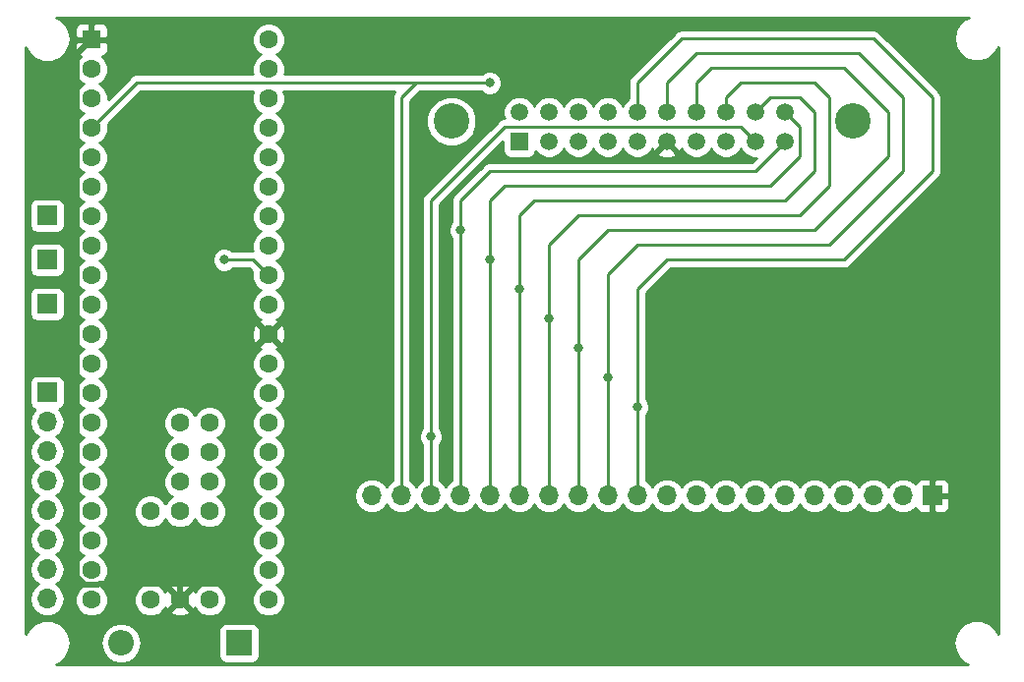
<source format=gbr>
G04 #@! TF.GenerationSoftware,KiCad,Pcbnew,(5.0.1-3-g963ef8bb5)*
G04 #@! TF.CreationDate,2020-01-16T13:34:53+00:00*
G04 #@! TF.ProjectId,SystemKeyboard,53797374656D4B6579626F6172642E6B,rev?*
G04 #@! TF.SameCoordinates,Original*
G04 #@! TF.FileFunction,Copper,L2,Bot,Signal*
G04 #@! TF.FilePolarity,Positive*
%FSLAX46Y46*%
G04 Gerber Fmt 4.6, Leading zero omitted, Abs format (unit mm)*
G04 Created by KiCad (PCBNEW (5.0.1-3-g963ef8bb5)) date Thursday, 16 January 2020 at 13:34:53*
%MOMM*%
%LPD*%
G01*
G04 APERTURE LIST*
G04 #@! TA.AperFunction,ComponentPad*
%ADD10C,1.600000*%
G04 #@! TD*
G04 #@! TA.AperFunction,ComponentPad*
%ADD11R,1.600000X1.600000*%
G04 #@! TD*
G04 #@! TA.AperFunction,ComponentPad*
%ADD12C,3.050000*%
G04 #@! TD*
G04 #@! TA.AperFunction,ComponentPad*
%ADD13R,1.520000X1.520000*%
G04 #@! TD*
G04 #@! TA.AperFunction,ComponentPad*
%ADD14C,1.520000*%
G04 #@! TD*
G04 #@! TA.AperFunction,ComponentPad*
%ADD15R,1.700000X1.700000*%
G04 #@! TD*
G04 #@! TA.AperFunction,ComponentPad*
%ADD16O,1.700000X1.700000*%
G04 #@! TD*
G04 #@! TA.AperFunction,ComponentPad*
%ADD17R,2.200000X2.200000*%
G04 #@! TD*
G04 #@! TA.AperFunction,ComponentPad*
%ADD18O,2.200000X2.200000*%
G04 #@! TD*
G04 #@! TA.AperFunction,ViaPad*
%ADD19C,0.800000*%
G04 #@! TD*
G04 #@! TA.AperFunction,Conductor*
%ADD20C,0.500000*%
G04 #@! TD*
G04 #@! TA.AperFunction,Conductor*
%ADD21C,0.250000*%
G04 #@! TD*
G04 #@! TA.AperFunction,Conductor*
%ADD22C,0.254000*%
G04 #@! TD*
G04 APERTURE END LIST*
D10*
G04 #@! TO.P,U1,52*
G04 #@! TO.N,Net-(U1-Pad52)*
X99060000Y-97865001D03*
G04 #@! TO.P,U1,51*
G04 #@! TO.N,Net-(U1-Pad51)*
X101600000Y-97865001D03*
G04 #@! TO.P,U1,50*
G04 #@! TO.N,Net-(U1-Pad50)*
X101600000Y-95325001D03*
G04 #@! TO.P,U1,49*
G04 #@! TO.N,Net-(U1-Pad49)*
X101600000Y-92785001D03*
G04 #@! TO.P,U1,48*
G04 #@! TO.N,Net-(U1-Pad48)*
X101600000Y-90245001D03*
G04 #@! TO.P,U1,47*
G04 #@! TO.N,Net-(U1-Pad47)*
X104140000Y-97865001D03*
G04 #@! TO.P,U1,46*
G04 #@! TO.N,Net-(U1-Pad46)*
X104140000Y-95325001D03*
G04 #@! TO.P,U1,45*
G04 #@! TO.N,Net-(U1-Pad45)*
X104140000Y-92785001D03*
G04 #@! TO.P,U1,44*
G04 #@! TO.N,Net-(U1-Pad44)*
X104140000Y-90245001D03*
G04 #@! TO.P,U1,43*
G04 #@! TO.N,Net-(U1-Pad43)*
X109220000Y-57225001D03*
G04 #@! TO.P,U1,42*
G04 #@! TO.N,/DATA6*
X109220000Y-59765001D03*
G04 #@! TO.P,U1,41*
G04 #@! TO.N,/DATA5*
X109220000Y-62305001D03*
G04 #@! TO.P,U1,40*
G04 #@! TO.N,/DATA4*
X109220000Y-64845001D03*
G04 #@! TO.P,U1,39*
G04 #@! TO.N,/DATA3*
X109220000Y-67385001D03*
G04 #@! TO.P,U1,38*
G04 #@! TO.N,/DATA2*
X109220000Y-69925001D03*
G04 #@! TO.P,U1,37*
G04 #@! TO.N,/DATA1*
X109220000Y-72465001D03*
G04 #@! TO.P,U1,36*
G04 #@! TO.N,/DATA0*
X109220000Y-75005001D03*
G04 #@! TO.P,U1,35*
G04 #@! TO.N,/USRINT1*
X109220000Y-77545001D03*
G04 #@! TO.P,U1,34*
G04 #@! TO.N,/USRINT2*
X109220000Y-80085001D03*
G04 #@! TO.P,U1,33*
G04 #@! TO.N,/GND*
X109220000Y-82625001D03*
G04 #@! TO.P,U1,32*
G04 #@! TO.N,Net-(U1-Pad32)*
X109220000Y-85165001D03*
G04 #@! TO.P,U1,31*
G04 #@! TO.N,Net-(U1-Pad31)*
X109220000Y-87705001D03*
G04 #@! TO.P,U1,30*
G04 #@! TO.N,Net-(U1-Pad30)*
X109220000Y-90245001D03*
G04 #@! TO.P,U1,29*
G04 #@! TO.N,Net-(U1-Pad29)*
X109220000Y-92785001D03*
G04 #@! TO.P,U1,28*
G04 #@! TO.N,Net-(U1-Pad28)*
X109220000Y-95325001D03*
G04 #@! TO.P,U1,27*
G04 #@! TO.N,Net-(U1-Pad27)*
X109220000Y-97865001D03*
G04 #@! TO.P,U1,26*
G04 #@! TO.N,Net-(U1-Pad26)*
X109220000Y-100405001D03*
G04 #@! TO.P,U1,25*
G04 #@! TO.N,Net-(U1-Pad25)*
X109220000Y-102945001D03*
G04 #@! TO.P,U1,24*
G04 #@! TO.N,Net-(U1-Pad24)*
X109220000Y-105485001D03*
G04 #@! TO.P,U1,23*
G04 #@! TO.N,Net-(U1-Pad23)*
X104140000Y-105485001D03*
G04 #@! TO.P,U1,22*
G04 #@! TO.N,/GND*
X101600000Y-105485001D03*
G04 #@! TO.P,U1,21*
G04 #@! TO.N,Net-(D1-Pad2)*
X99060000Y-105485001D03*
G04 #@! TO.P,U1,20*
G04 #@! TO.N,/USR7*
X93980000Y-105485001D03*
G04 #@! TO.P,U1,19*
G04 #@! TO.N,/USR6*
X93980000Y-102945001D03*
G04 #@! TO.P,U1,18*
G04 #@! TO.N,/USR5*
X93980000Y-100405001D03*
G04 #@! TO.P,U1,17*
G04 #@! TO.N,/USR4*
X93980000Y-97865001D03*
G04 #@! TO.P,U1,16*
G04 #@! TO.N,/USR3*
X93980000Y-95325001D03*
G04 #@! TO.P,U1,15*
G04 #@! TO.N,/USR2*
X93980000Y-92785001D03*
G04 #@! TO.P,U1,14*
G04 #@! TO.N,/USR1*
X93980000Y-90245001D03*
G04 #@! TO.P,U1,13*
G04 #@! TO.N,/USR0*
X93980000Y-87705001D03*
G04 #@! TO.P,U1,12*
G04 #@! TO.N,Net-(U1-Pad12)*
X93980000Y-85165001D03*
D11*
G04 #@! TO.P,U1,1*
G04 #@! TO.N,/GND*
X93980000Y-57225001D03*
D10*
G04 #@! TO.P,U1,2*
G04 #@! TO.N,Net-(U1-Pad2)*
X93980000Y-59765001D03*
G04 #@! TO.P,U1,3*
G04 #@! TO.N,/BLANK*
X93980000Y-62305001D03*
G04 #@! TO.P,U1,4*
G04 #@! TO.N,/NRST*
X93980000Y-64845001D03*
G04 #@! TO.P,U1,5*
G04 #@! TO.N,/NSTROBE*
X93980000Y-67385001D03*
G04 #@! TO.P,U1,6*
G04 #@! TO.N,/USRINT0*
X93980000Y-69925001D03*
G04 #@! TO.P,U1,7*
G04 #@! TO.N,Net-(U1-Pad7)*
X93980000Y-72465001D03*
G04 #@! TO.P,U1,8*
G04 #@! TO.N,Net-(U1-Pad8)*
X93980000Y-75005001D03*
G04 #@! TO.P,U1,11*
G04 #@! TO.N,Net-(U1-Pad11)*
X93980000Y-82625001D03*
G04 #@! TO.P,U1,10*
G04 #@! TO.N,Net-(U1-Pad10)*
X93980000Y-80085001D03*
G04 #@! TO.P,U1,9*
G04 #@! TO.N,Net-(U1-Pad9)*
X93980000Y-77545001D03*
G04 #@! TD*
D12*
G04 #@! TO.P,J2,*
G04 #@! TO.N,*
X159510000Y-64260000D03*
X124970000Y-64260000D03*
D13*
G04 #@! TO.P,J2,1*
G04 #@! TO.N,/BLANK*
X130810000Y-66040000D03*
D14*
G04 #@! TO.P,J2,2*
G04 #@! TO.N,Net-(J2-Pad2)*
X130810000Y-63500000D03*
G04 #@! TO.P,J2,3*
G04 #@! TO.N,Net-(J2-Pad3)*
X133350000Y-66040000D03*
G04 #@! TO.P,J2,4*
G04 #@! TO.N,Net-(J2-Pad4)*
X133350000Y-63500000D03*
G04 #@! TO.P,J2,5*
G04 #@! TO.N,Net-(J2-Pad5)*
X135890000Y-66040000D03*
G04 #@! TO.P,J2,6*
G04 #@! TO.N,Net-(J2-Pad6)*
X135890000Y-63500000D03*
G04 #@! TO.P,J2,7*
G04 #@! TO.N,Net-(J2-Pad7)*
X138430000Y-66040000D03*
G04 #@! TO.P,J2,8*
G04 #@! TO.N,Net-(J2-Pad8)*
X138430000Y-63500000D03*
G04 #@! TO.P,J2,9*
G04 #@! TO.N,Net-(J2-Pad9)*
X140970000Y-66040000D03*
G04 #@! TO.P,J2,10*
G04 #@! TO.N,/DATA0*
X140970000Y-63500000D03*
G04 #@! TO.P,J2,11*
G04 #@! TO.N,/GND*
X143510000Y-66040000D03*
G04 #@! TO.P,J2,12*
G04 #@! TO.N,/DATA1*
X143510000Y-63500000D03*
G04 #@! TO.P,J2,13*
G04 #@! TO.N,/VCC*
X146050000Y-66040000D03*
G04 #@! TO.P,J2,14*
G04 #@! TO.N,/DATA2*
X146050000Y-63500000D03*
G04 #@! TO.P,J2,15*
G04 #@! TO.N,/NRST*
X148590000Y-66040000D03*
G04 #@! TO.P,J2,16*
G04 #@! TO.N,/DATA3*
X148590000Y-63500000D03*
G04 #@! TO.P,J2,17*
G04 #@! TO.N,/NSTROBE*
X151130000Y-66040000D03*
G04 #@! TO.P,J2,18*
G04 #@! TO.N,/DATA4*
X151130000Y-63500000D03*
G04 #@! TO.P,J2,19*
G04 #@! TO.N,/DATA6*
X153670000Y-66040000D03*
G04 #@! TO.P,J2,20*
G04 #@! TO.N,/DATA5*
X153670000Y-63500000D03*
G04 #@! TD*
D15*
G04 #@! TO.P,J1,1*
G04 #@! TO.N,/GND*
X166370000Y-96520000D03*
D16*
G04 #@! TO.P,J1,2*
G04 #@! TO.N,Net-(J1-Pad2)*
X163830000Y-96520000D03*
G04 #@! TO.P,J1,3*
G04 #@! TO.N,Net-(J1-Pad3)*
X161290000Y-96520000D03*
G04 #@! TO.P,J1,4*
G04 #@! TO.N,Net-(J1-Pad4)*
X158750000Y-96520000D03*
G04 #@! TO.P,J1,5*
G04 #@! TO.N,/BLANK*
X156210000Y-96520000D03*
G04 #@! TO.P,J1,6*
G04 #@! TO.N,Net-(J1-Pad6)*
X153670000Y-96520000D03*
G04 #@! TO.P,J1,7*
G04 #@! TO.N,Net-(J1-Pad7)*
X151130000Y-96520000D03*
G04 #@! TO.P,J1,8*
G04 #@! TO.N,Net-(J1-Pad8)*
X148590000Y-96520000D03*
G04 #@! TO.P,J1,9*
G04 #@! TO.N,Net-(J1-Pad9)*
X146050000Y-96520000D03*
G04 #@! TO.P,J1,10*
G04 #@! TO.N,Net-(J1-Pad10)*
X143510000Y-96520000D03*
G04 #@! TO.P,J1,11*
G04 #@! TO.N,/DATA0*
X140970000Y-96520000D03*
G04 #@! TO.P,J1,12*
G04 #@! TO.N,/DATA1*
X138430000Y-96520000D03*
G04 #@! TO.P,J1,13*
G04 #@! TO.N,/DATA2*
X135890000Y-96520000D03*
G04 #@! TO.P,J1,14*
G04 #@! TO.N,/DATA3*
X133350000Y-96520000D03*
G04 #@! TO.P,J1,15*
G04 #@! TO.N,/DATA4*
X130810000Y-96520000D03*
G04 #@! TO.P,J1,16*
G04 #@! TO.N,/DATA5*
X128270000Y-96520000D03*
G04 #@! TO.P,J1,17*
G04 #@! TO.N,/DATA6*
X125730000Y-96520000D03*
G04 #@! TO.P,J1,18*
G04 #@! TO.N,/NSTROBE*
X123190000Y-96520000D03*
G04 #@! TO.P,J1,19*
G04 #@! TO.N,/NRST*
X120650000Y-96520000D03*
G04 #@! TO.P,J1,20*
G04 #@! TO.N,/VCC*
X118110000Y-96520000D03*
G04 #@! TD*
D17*
G04 #@! TO.P,D1,1*
G04 #@! TO.N,/VCC*
X106680000Y-109220000D03*
D18*
G04 #@! TO.P,D1,2*
G04 #@! TO.N,Net-(D1-Pad2)*
X96520000Y-109220000D03*
G04 #@! TD*
D15*
G04 #@! TO.P,J3,1*
G04 #@! TO.N,/USRINT0*
X90170000Y-72390000D03*
G04 #@! TD*
G04 #@! TO.P,J4,1*
G04 #@! TO.N,/USRINT1*
X90170000Y-76200000D03*
G04 #@! TD*
G04 #@! TO.P,J5,1*
G04 #@! TO.N,/USRINT2*
X90170000Y-80010000D03*
G04 #@! TD*
G04 #@! TO.P,J6,1*
G04 #@! TO.N,/USR0*
X90170000Y-87630000D03*
D16*
G04 #@! TO.P,J6,2*
G04 #@! TO.N,/USR1*
X90170000Y-90170000D03*
G04 #@! TO.P,J6,3*
G04 #@! TO.N,/USR2*
X90170000Y-92710000D03*
G04 #@! TO.P,J6,4*
G04 #@! TO.N,/USR3*
X90170000Y-95250000D03*
G04 #@! TO.P,J6,5*
G04 #@! TO.N,/USR4*
X90170000Y-97790000D03*
G04 #@! TO.P,J6,6*
G04 #@! TO.N,/USR5*
X90170000Y-100330000D03*
G04 #@! TO.P,J6,7*
G04 #@! TO.N,/USR6*
X90170000Y-102870000D03*
G04 #@! TO.P,J6,8*
G04 #@! TO.N,/USR7*
X90170000Y-105410000D03*
G04 #@! TD*
D19*
G04 #@! TO.N,/DATA0*
X140970000Y-88900000D03*
G04 #@! TO.N,/DATA1*
X138430000Y-86360000D03*
G04 #@! TO.N,/DATA2*
X135890000Y-83820000D03*
G04 #@! TO.N,/DATA3*
X133350000Y-81280000D03*
G04 #@! TO.N,/DATA4*
X130810000Y-78740000D03*
G04 #@! TO.N,/DATA5*
X128270000Y-76200000D03*
G04 #@! TO.N,/DATA6*
X125730000Y-73660000D03*
G04 #@! TO.N,/NSTROBE*
X123190000Y-91440000D03*
G04 #@! TO.N,/NRST*
X128270000Y-60960000D03*
G04 #@! TO.N,/USRINT1*
X105410000Y-76200000D03*
G04 #@! TD*
D20*
G04 #@! TO.N,/GND*
X166370000Y-96520000D02*
X166370000Y-106680000D01*
X163830000Y-107950000D02*
X165100000Y-107950000D01*
X165100000Y-107950000D02*
X166370000Y-106680000D01*
X109220000Y-107950000D02*
X165100000Y-107950000D01*
X101600000Y-105485001D02*
X101600000Y-104140000D01*
X109220000Y-82625001D02*
X106680000Y-85165001D01*
X106680000Y-85165001D02*
X106680000Y-105410000D01*
X105410000Y-104140000D02*
X107950000Y-106680000D01*
X107950000Y-106680000D02*
X109220000Y-107950000D01*
X106680000Y-105410000D02*
X107950000Y-106680000D01*
X101600000Y-104140000D02*
X105410000Y-104140000D01*
X94635003Y-104140000D02*
X101600000Y-104140000D01*
X94580001Y-104195002D02*
X94635003Y-104140000D01*
X92729999Y-58475002D02*
X92729999Y-103545002D01*
X93379999Y-104195002D02*
X94580001Y-104195002D01*
X92729999Y-103545002D02*
X93379999Y-104195002D01*
X93980000Y-57225001D02*
X92729999Y-58475002D01*
D21*
G04 #@! TO.N,/DATA0*
X140970000Y-60960000D02*
X140970000Y-63500000D01*
X144780000Y-57150000D02*
X140970000Y-60960000D01*
X161290000Y-57150000D02*
X144780000Y-57150000D01*
X166370000Y-62230000D02*
X161290000Y-57150000D01*
X140970000Y-78740000D02*
X143510000Y-76200000D01*
X166370000Y-68580000D02*
X166370000Y-62230000D01*
X158750000Y-76200000D02*
X166370000Y-68580000D01*
X143510000Y-76200000D02*
X158750000Y-76200000D01*
X140970000Y-96520000D02*
X140970000Y-88900000D01*
X140970000Y-88900000D02*
X140970000Y-78740000D01*
G04 #@! TO.N,/DATA1*
X143510000Y-62230000D02*
X143510000Y-63500000D01*
X147320000Y-58420000D02*
X146050000Y-58420000D01*
X146050000Y-58420000D02*
X143510000Y-60960000D01*
X143510000Y-60960000D02*
X143510000Y-63500000D01*
X160020000Y-58420000D02*
X146050000Y-58420000D01*
X163830000Y-62230000D02*
X160020000Y-58420000D01*
X163830000Y-68580000D02*
X163830000Y-62230000D01*
X157480000Y-74930000D02*
X163830000Y-68580000D01*
X138430000Y-77470000D02*
X140970000Y-74930000D01*
X140970000Y-74930000D02*
X157480000Y-74930000D01*
X138430000Y-96520000D02*
X138430000Y-86360000D01*
X138430000Y-86360000D02*
X138430000Y-77470000D01*
G04 #@! TO.N,/DATA2*
X156210000Y-73660000D02*
X162560000Y-67310000D01*
X162560000Y-67310000D02*
X162560000Y-63500000D01*
X138430000Y-73660000D02*
X156210000Y-73660000D01*
X135890000Y-76200000D02*
X138430000Y-73660000D01*
X135890000Y-96520000D02*
X135890000Y-83820000D01*
X160020000Y-60960000D02*
X158750000Y-59690000D01*
X158750000Y-59690000D02*
X147320000Y-59690000D01*
X162560000Y-63500000D02*
X158750000Y-59690000D01*
X146050000Y-60960000D02*
X146050000Y-63500000D01*
X147320000Y-59690000D02*
X146050000Y-60960000D01*
X135890000Y-83820000D02*
X135890000Y-76200000D01*
G04 #@! TO.N,/DATA3*
X156210000Y-60960000D02*
X149860000Y-60960000D01*
X157480000Y-62230000D02*
X156210000Y-60960000D01*
X157480000Y-69850000D02*
X157480000Y-62230000D01*
X154940000Y-72390000D02*
X157480000Y-69850000D01*
X148590000Y-62230000D02*
X148590000Y-63500000D01*
X149860000Y-60960000D02*
X148590000Y-62230000D01*
X135890000Y-72390000D02*
X154940000Y-72390000D01*
X133350000Y-74930000D02*
X135890000Y-72390000D01*
X133350000Y-96520000D02*
X133350000Y-81280000D01*
X133350000Y-81280000D02*
X133350000Y-74930000D01*
G04 #@! TO.N,/DATA4*
X156210000Y-68580000D02*
X156210000Y-63500000D01*
X130810000Y-96520000D02*
X130810000Y-78740000D01*
X153670000Y-71120000D02*
X156210000Y-68580000D01*
X156210000Y-63500000D02*
X154940000Y-62230000D01*
X132080000Y-71120000D02*
X153670000Y-71120000D01*
X130810000Y-72390000D02*
X132080000Y-71120000D01*
X151130000Y-63500000D02*
X152400000Y-62230000D01*
X154940000Y-62230000D02*
X152400000Y-62230000D01*
X130810000Y-78740000D02*
X130810000Y-72390000D01*
G04 #@! TO.N,/DATA5*
X154940000Y-64770000D02*
X153670000Y-63500000D01*
X154940000Y-67310000D02*
X154940000Y-64770000D01*
X152400000Y-69850000D02*
X154940000Y-67310000D01*
X129540000Y-69850000D02*
X152400000Y-69850000D01*
X128270000Y-71120000D02*
X129540000Y-69850000D01*
X128270000Y-96520000D02*
X128270000Y-76200000D01*
X128270000Y-76200000D02*
X128270000Y-71120000D01*
G04 #@! TO.N,/DATA6*
X125730000Y-96520000D02*
X125730000Y-73660000D01*
X151130000Y-68580000D02*
X153670000Y-66040000D01*
X125730000Y-71120000D02*
X128270000Y-68580000D01*
X128270000Y-68580000D02*
X151130000Y-68580000D01*
X125730000Y-73660000D02*
X125730000Y-71120000D01*
G04 #@! TO.N,/NSTROBE*
X129540000Y-64770000D02*
X123190000Y-71120000D01*
X149860000Y-64770000D02*
X129540000Y-64770000D01*
X151130000Y-66040000D02*
X149860000Y-64770000D01*
X123190000Y-71120000D02*
X123190000Y-96520000D01*
X123190000Y-91440000D02*
X123190000Y-96520000D01*
X123190000Y-71120000D02*
X123190000Y-91440000D01*
G04 #@! TO.N,/NRST*
X120650000Y-96520000D02*
X120650000Y-62230000D01*
X120650000Y-62230000D02*
X121920000Y-60960000D01*
X121920000Y-60960000D02*
X128270000Y-60960000D01*
X97865001Y-60960000D02*
X93980000Y-64845001D01*
X121920000Y-60960000D02*
X97865001Y-60960000D01*
G04 #@! TO.N,/USRINT1*
X107874999Y-76200000D02*
X109220000Y-77545001D01*
X105410000Y-76200000D02*
X107874999Y-76200000D01*
G04 #@! TD*
D22*
G04 #@! TO.N,/GND*
G36*
X169190000Y-55435270D02*
X168663232Y-55877281D01*
X168319409Y-56472800D01*
X168200000Y-57150000D01*
X168319409Y-57827200D01*
X168663232Y-58422719D01*
X169190000Y-58864730D01*
X169836177Y-59099919D01*
X170523823Y-59099919D01*
X171170000Y-58864730D01*
X171696768Y-58422719D01*
X172010000Y-57880185D01*
X172010001Y-108450424D01*
X171712089Y-107934425D01*
X171180000Y-107487949D01*
X170527296Y-107250384D01*
X169832704Y-107250384D01*
X169180000Y-107487949D01*
X168647911Y-107934425D01*
X168300615Y-108535960D01*
X168180000Y-109220000D01*
X168300615Y-109904040D01*
X168647911Y-110505575D01*
X169180000Y-110952051D01*
X169449112Y-111050000D01*
X90900888Y-111050000D01*
X91170000Y-110952051D01*
X91702089Y-110505575D01*
X92049385Y-109904040D01*
X92170000Y-109220000D01*
X94751010Y-109220000D01*
X94885666Y-109896963D01*
X95269135Y-110470865D01*
X95843037Y-110854334D01*
X96349120Y-110955000D01*
X96690880Y-110955000D01*
X97196963Y-110854334D01*
X97770865Y-110470865D01*
X98154334Y-109896963D01*
X98288990Y-109220000D01*
X98154334Y-108543037D01*
X97871670Y-108120000D01*
X104932560Y-108120000D01*
X104932560Y-110320000D01*
X104981843Y-110567765D01*
X105122191Y-110777809D01*
X105332235Y-110918157D01*
X105580000Y-110967440D01*
X107780000Y-110967440D01*
X108027765Y-110918157D01*
X108237809Y-110777809D01*
X108378157Y-110567765D01*
X108427440Y-110320000D01*
X108427440Y-108120000D01*
X108378157Y-107872235D01*
X108237809Y-107662191D01*
X108027765Y-107521843D01*
X107780000Y-107472560D01*
X105580000Y-107472560D01*
X105332235Y-107521843D01*
X105122191Y-107662191D01*
X104981843Y-107872235D01*
X104932560Y-108120000D01*
X97871670Y-108120000D01*
X97770865Y-107969135D01*
X97196963Y-107585666D01*
X96690880Y-107485000D01*
X96349120Y-107485000D01*
X95843037Y-107585666D01*
X95269135Y-107969135D01*
X94885666Y-108543037D01*
X94751010Y-109220000D01*
X92170000Y-109220000D01*
X92049385Y-108535960D01*
X91702089Y-107934425D01*
X91170000Y-107487949D01*
X90517296Y-107250384D01*
X89822704Y-107250384D01*
X89170000Y-107487949D01*
X88637911Y-107934425D01*
X88340000Y-108450423D01*
X88340000Y-90170000D01*
X88655908Y-90170000D01*
X88771161Y-90749418D01*
X89099375Y-91240625D01*
X89397761Y-91440000D01*
X89099375Y-91639375D01*
X88771161Y-92130582D01*
X88655908Y-92710000D01*
X88771161Y-93289418D01*
X89099375Y-93780625D01*
X89397761Y-93980000D01*
X89099375Y-94179375D01*
X88771161Y-94670582D01*
X88655908Y-95250000D01*
X88771161Y-95829418D01*
X89099375Y-96320625D01*
X89397761Y-96520000D01*
X89099375Y-96719375D01*
X88771161Y-97210582D01*
X88655908Y-97790000D01*
X88771161Y-98369418D01*
X89099375Y-98860625D01*
X89397761Y-99060000D01*
X89099375Y-99259375D01*
X88771161Y-99750582D01*
X88655908Y-100330000D01*
X88771161Y-100909418D01*
X89099375Y-101400625D01*
X89397761Y-101600000D01*
X89099375Y-101799375D01*
X88771161Y-102290582D01*
X88655908Y-102870000D01*
X88771161Y-103449418D01*
X89099375Y-103940625D01*
X89397761Y-104140000D01*
X89099375Y-104339375D01*
X88771161Y-104830582D01*
X88655908Y-105410000D01*
X88771161Y-105989418D01*
X89099375Y-106480625D01*
X89590582Y-106808839D01*
X90023744Y-106895000D01*
X90316256Y-106895000D01*
X90749418Y-106808839D01*
X91240625Y-106480625D01*
X91568839Y-105989418D01*
X91684092Y-105410000D01*
X91568839Y-104830582D01*
X91240625Y-104339375D01*
X90942239Y-104140000D01*
X91240625Y-103940625D01*
X91568839Y-103449418D01*
X91684092Y-102870000D01*
X91568839Y-102290582D01*
X91240625Y-101799375D01*
X90942239Y-101600000D01*
X91240625Y-101400625D01*
X91568839Y-100909418D01*
X91684092Y-100330000D01*
X91568839Y-99750582D01*
X91240625Y-99259375D01*
X90942239Y-99060000D01*
X91240625Y-98860625D01*
X91568839Y-98369418D01*
X91684092Y-97790000D01*
X91568839Y-97210582D01*
X91240625Y-96719375D01*
X90942239Y-96520000D01*
X91240625Y-96320625D01*
X91568839Y-95829418D01*
X91684092Y-95250000D01*
X91568839Y-94670582D01*
X91240625Y-94179375D01*
X90942239Y-93980000D01*
X91240625Y-93780625D01*
X91568839Y-93289418D01*
X91684092Y-92710000D01*
X91568839Y-92130582D01*
X91240625Y-91639375D01*
X90942239Y-91440000D01*
X91240625Y-91240625D01*
X91568839Y-90749418D01*
X91684092Y-90170000D01*
X91568839Y-89590582D01*
X91240625Y-89099375D01*
X91222381Y-89087184D01*
X91267765Y-89078157D01*
X91477809Y-88937809D01*
X91618157Y-88727765D01*
X91667440Y-88480000D01*
X91667440Y-86780000D01*
X91618157Y-86532235D01*
X91477809Y-86322191D01*
X91267765Y-86181843D01*
X91020000Y-86132560D01*
X89320000Y-86132560D01*
X89072235Y-86181843D01*
X88862191Y-86322191D01*
X88721843Y-86532235D01*
X88672560Y-86780000D01*
X88672560Y-88480000D01*
X88721843Y-88727765D01*
X88862191Y-88937809D01*
X89072235Y-89078157D01*
X89117619Y-89087184D01*
X89099375Y-89099375D01*
X88771161Y-89590582D01*
X88655908Y-90170000D01*
X88340000Y-90170000D01*
X88340000Y-79160000D01*
X88672560Y-79160000D01*
X88672560Y-80860000D01*
X88721843Y-81107765D01*
X88862191Y-81317809D01*
X89072235Y-81458157D01*
X89320000Y-81507440D01*
X91020000Y-81507440D01*
X91267765Y-81458157D01*
X91477809Y-81317809D01*
X91618157Y-81107765D01*
X91667440Y-80860000D01*
X91667440Y-79160000D01*
X91618157Y-78912235D01*
X91477809Y-78702191D01*
X91267765Y-78561843D01*
X91020000Y-78512560D01*
X89320000Y-78512560D01*
X89072235Y-78561843D01*
X88862191Y-78702191D01*
X88721843Y-78912235D01*
X88672560Y-79160000D01*
X88340000Y-79160000D01*
X88340000Y-75350000D01*
X88672560Y-75350000D01*
X88672560Y-77050000D01*
X88721843Y-77297765D01*
X88862191Y-77507809D01*
X89072235Y-77648157D01*
X89320000Y-77697440D01*
X91020000Y-77697440D01*
X91267765Y-77648157D01*
X91477809Y-77507809D01*
X91618157Y-77297765D01*
X91667440Y-77050000D01*
X91667440Y-75350000D01*
X91618157Y-75102235D01*
X91477809Y-74892191D01*
X91267765Y-74751843D01*
X91020000Y-74702560D01*
X89320000Y-74702560D01*
X89072235Y-74751843D01*
X88862191Y-74892191D01*
X88721843Y-75102235D01*
X88672560Y-75350000D01*
X88340000Y-75350000D01*
X88340000Y-71540000D01*
X88672560Y-71540000D01*
X88672560Y-73240000D01*
X88721843Y-73487765D01*
X88862191Y-73697809D01*
X89072235Y-73838157D01*
X89320000Y-73887440D01*
X91020000Y-73887440D01*
X91267765Y-73838157D01*
X91477809Y-73697809D01*
X91618157Y-73487765D01*
X91667440Y-73240000D01*
X91667440Y-71540000D01*
X91618157Y-71292235D01*
X91477809Y-71082191D01*
X91267765Y-70941843D01*
X91020000Y-70892560D01*
X89320000Y-70892560D01*
X89072235Y-70941843D01*
X88862191Y-71082191D01*
X88721843Y-71292235D01*
X88672560Y-71540000D01*
X88340000Y-71540000D01*
X88340000Y-57919577D01*
X88637911Y-58435575D01*
X89170000Y-58882051D01*
X89822704Y-59119616D01*
X90517296Y-59119616D01*
X91170000Y-58882051D01*
X91702089Y-58435575D01*
X92049385Y-57834040D01*
X92106389Y-57510751D01*
X92545000Y-57510751D01*
X92545000Y-58151310D01*
X92641673Y-58384699D01*
X92820301Y-58563328D01*
X93053690Y-58660001D01*
X93055604Y-58660001D01*
X92763466Y-58952139D01*
X92545000Y-59479562D01*
X92545000Y-60050440D01*
X92763466Y-60577863D01*
X93167138Y-60981535D01*
X93296216Y-61035001D01*
X93167138Y-61088467D01*
X92763466Y-61492139D01*
X92545000Y-62019562D01*
X92545000Y-62590440D01*
X92763466Y-63117863D01*
X93167138Y-63521535D01*
X93296216Y-63575001D01*
X93167138Y-63628467D01*
X92763466Y-64032139D01*
X92545000Y-64559562D01*
X92545000Y-65130440D01*
X92763466Y-65657863D01*
X93167138Y-66061535D01*
X93296216Y-66115001D01*
X93167138Y-66168467D01*
X92763466Y-66572139D01*
X92545000Y-67099562D01*
X92545000Y-67670440D01*
X92763466Y-68197863D01*
X93167138Y-68601535D01*
X93296216Y-68655001D01*
X93167138Y-68708467D01*
X92763466Y-69112139D01*
X92545000Y-69639562D01*
X92545000Y-70210440D01*
X92763466Y-70737863D01*
X93167138Y-71141535D01*
X93296216Y-71195001D01*
X93167138Y-71248467D01*
X92763466Y-71652139D01*
X92545000Y-72179562D01*
X92545000Y-72750440D01*
X92763466Y-73277863D01*
X93167138Y-73681535D01*
X93296216Y-73735001D01*
X93167138Y-73788467D01*
X92763466Y-74192139D01*
X92545000Y-74719562D01*
X92545000Y-75290440D01*
X92763466Y-75817863D01*
X93167138Y-76221535D01*
X93296216Y-76275001D01*
X93167138Y-76328467D01*
X92763466Y-76732139D01*
X92545000Y-77259562D01*
X92545000Y-77830440D01*
X92763466Y-78357863D01*
X93167138Y-78761535D01*
X93296216Y-78815001D01*
X93167138Y-78868467D01*
X92763466Y-79272139D01*
X92545000Y-79799562D01*
X92545000Y-80370440D01*
X92763466Y-80897863D01*
X93167138Y-81301535D01*
X93296216Y-81355001D01*
X93167138Y-81408467D01*
X92763466Y-81812139D01*
X92545000Y-82339562D01*
X92545000Y-82910440D01*
X92763466Y-83437863D01*
X93167138Y-83841535D01*
X93296216Y-83895001D01*
X93167138Y-83948467D01*
X92763466Y-84352139D01*
X92545000Y-84879562D01*
X92545000Y-85450440D01*
X92763466Y-85977863D01*
X93167138Y-86381535D01*
X93296216Y-86435001D01*
X93167138Y-86488467D01*
X92763466Y-86892139D01*
X92545000Y-87419562D01*
X92545000Y-87990440D01*
X92763466Y-88517863D01*
X93167138Y-88921535D01*
X93296216Y-88975001D01*
X93167138Y-89028467D01*
X92763466Y-89432139D01*
X92545000Y-89959562D01*
X92545000Y-90530440D01*
X92763466Y-91057863D01*
X93167138Y-91461535D01*
X93296216Y-91515001D01*
X93167138Y-91568467D01*
X92763466Y-91972139D01*
X92545000Y-92499562D01*
X92545000Y-93070440D01*
X92763466Y-93597863D01*
X93167138Y-94001535D01*
X93296216Y-94055001D01*
X93167138Y-94108467D01*
X92763466Y-94512139D01*
X92545000Y-95039562D01*
X92545000Y-95610440D01*
X92763466Y-96137863D01*
X93167138Y-96541535D01*
X93296216Y-96595001D01*
X93167138Y-96648467D01*
X92763466Y-97052139D01*
X92545000Y-97579562D01*
X92545000Y-98150440D01*
X92763466Y-98677863D01*
X93167138Y-99081535D01*
X93296216Y-99135001D01*
X93167138Y-99188467D01*
X92763466Y-99592139D01*
X92545000Y-100119562D01*
X92545000Y-100690440D01*
X92763466Y-101217863D01*
X93167138Y-101621535D01*
X93296216Y-101675001D01*
X93167138Y-101728467D01*
X92763466Y-102132139D01*
X92545000Y-102659562D01*
X92545000Y-103230440D01*
X92763466Y-103757863D01*
X93167138Y-104161535D01*
X93296216Y-104215001D01*
X93167138Y-104268467D01*
X92763466Y-104672139D01*
X92545000Y-105199562D01*
X92545000Y-105770440D01*
X92763466Y-106297863D01*
X93167138Y-106701535D01*
X93694561Y-106920001D01*
X94265439Y-106920001D01*
X94792862Y-106701535D01*
X95196534Y-106297863D01*
X95415000Y-105770440D01*
X95415000Y-105199562D01*
X97625000Y-105199562D01*
X97625000Y-105770440D01*
X97843466Y-106297863D01*
X98247138Y-106701535D01*
X98774561Y-106920001D01*
X99345439Y-106920001D01*
X99872862Y-106701535D01*
X100081651Y-106492746D01*
X100771861Y-106492746D01*
X100845995Y-106738865D01*
X101383223Y-106931966D01*
X101953454Y-106904779D01*
X102354005Y-106738865D01*
X102428139Y-106492746D01*
X101600000Y-105664606D01*
X100771861Y-106492746D01*
X100081651Y-106492746D01*
X100276534Y-106297863D01*
X100323525Y-106184418D01*
X100346136Y-106239006D01*
X100592255Y-106313140D01*
X101420395Y-105485001D01*
X101779605Y-105485001D01*
X102607745Y-106313140D01*
X102853864Y-106239006D01*
X102874874Y-106180553D01*
X102923466Y-106297863D01*
X103327138Y-106701535D01*
X103854561Y-106920001D01*
X104425439Y-106920001D01*
X104952862Y-106701535D01*
X105356534Y-106297863D01*
X105575000Y-105770440D01*
X105575000Y-105199562D01*
X105356534Y-104672139D01*
X104952862Y-104268467D01*
X104425439Y-104050001D01*
X103854561Y-104050001D01*
X103327138Y-104268467D01*
X102923466Y-104672139D01*
X102876475Y-104785584D01*
X102853864Y-104730996D01*
X102607745Y-104656862D01*
X101779605Y-105485001D01*
X101420395Y-105485001D01*
X100592255Y-104656862D01*
X100346136Y-104730996D01*
X100325126Y-104789449D01*
X100276534Y-104672139D01*
X100081651Y-104477256D01*
X100771861Y-104477256D01*
X101600000Y-105305396D01*
X102428139Y-104477256D01*
X102354005Y-104231137D01*
X101816777Y-104038036D01*
X101246546Y-104065223D01*
X100845995Y-104231137D01*
X100771861Y-104477256D01*
X100081651Y-104477256D01*
X99872862Y-104268467D01*
X99345439Y-104050001D01*
X98774561Y-104050001D01*
X98247138Y-104268467D01*
X97843466Y-104672139D01*
X97625000Y-105199562D01*
X95415000Y-105199562D01*
X95196534Y-104672139D01*
X94792862Y-104268467D01*
X94663784Y-104215001D01*
X94792862Y-104161535D01*
X95196534Y-103757863D01*
X95415000Y-103230440D01*
X95415000Y-102659562D01*
X95196534Y-102132139D01*
X94792862Y-101728467D01*
X94663784Y-101675001D01*
X94792862Y-101621535D01*
X95196534Y-101217863D01*
X95415000Y-100690440D01*
X95415000Y-100119562D01*
X95196534Y-99592139D01*
X94792862Y-99188467D01*
X94663784Y-99135001D01*
X94792862Y-99081535D01*
X95196534Y-98677863D01*
X95415000Y-98150440D01*
X95415000Y-97579562D01*
X97625000Y-97579562D01*
X97625000Y-98150440D01*
X97843466Y-98677863D01*
X98247138Y-99081535D01*
X98774561Y-99300001D01*
X99345439Y-99300001D01*
X99872862Y-99081535D01*
X100276534Y-98677863D01*
X100330000Y-98548785D01*
X100383466Y-98677863D01*
X100787138Y-99081535D01*
X101314561Y-99300001D01*
X101885439Y-99300001D01*
X102412862Y-99081535D01*
X102816534Y-98677863D01*
X102870000Y-98548785D01*
X102923466Y-98677863D01*
X103327138Y-99081535D01*
X103854561Y-99300001D01*
X104425439Y-99300001D01*
X104952862Y-99081535D01*
X105356534Y-98677863D01*
X105575000Y-98150440D01*
X105575000Y-97579562D01*
X105356534Y-97052139D01*
X104952862Y-96648467D01*
X104823784Y-96595001D01*
X104952862Y-96541535D01*
X105356534Y-96137863D01*
X105575000Y-95610440D01*
X105575000Y-95039562D01*
X105356534Y-94512139D01*
X104952862Y-94108467D01*
X104823784Y-94055001D01*
X104952862Y-94001535D01*
X105356534Y-93597863D01*
X105575000Y-93070440D01*
X105575000Y-92499562D01*
X105356534Y-91972139D01*
X104952862Y-91568467D01*
X104823784Y-91515001D01*
X104952862Y-91461535D01*
X105356534Y-91057863D01*
X105575000Y-90530440D01*
X105575000Y-89959562D01*
X105356534Y-89432139D01*
X104952862Y-89028467D01*
X104425439Y-88810001D01*
X103854561Y-88810001D01*
X103327138Y-89028467D01*
X102923466Y-89432139D01*
X102870000Y-89561217D01*
X102816534Y-89432139D01*
X102412862Y-89028467D01*
X101885439Y-88810001D01*
X101314561Y-88810001D01*
X100787138Y-89028467D01*
X100383466Y-89432139D01*
X100165000Y-89959562D01*
X100165000Y-90530440D01*
X100383466Y-91057863D01*
X100787138Y-91461535D01*
X100916216Y-91515001D01*
X100787138Y-91568467D01*
X100383466Y-91972139D01*
X100165000Y-92499562D01*
X100165000Y-93070440D01*
X100383466Y-93597863D01*
X100787138Y-94001535D01*
X100916216Y-94055001D01*
X100787138Y-94108467D01*
X100383466Y-94512139D01*
X100165000Y-95039562D01*
X100165000Y-95610440D01*
X100383466Y-96137863D01*
X100787138Y-96541535D01*
X100916216Y-96595001D01*
X100787138Y-96648467D01*
X100383466Y-97052139D01*
X100330000Y-97181217D01*
X100276534Y-97052139D01*
X99872862Y-96648467D01*
X99345439Y-96430001D01*
X98774561Y-96430001D01*
X98247138Y-96648467D01*
X97843466Y-97052139D01*
X97625000Y-97579562D01*
X95415000Y-97579562D01*
X95196534Y-97052139D01*
X94792862Y-96648467D01*
X94663784Y-96595001D01*
X94792862Y-96541535D01*
X95196534Y-96137863D01*
X95415000Y-95610440D01*
X95415000Y-95039562D01*
X95196534Y-94512139D01*
X94792862Y-94108467D01*
X94663784Y-94055001D01*
X94792862Y-94001535D01*
X95196534Y-93597863D01*
X95415000Y-93070440D01*
X95415000Y-92499562D01*
X95196534Y-91972139D01*
X94792862Y-91568467D01*
X94663784Y-91515001D01*
X94792862Y-91461535D01*
X95196534Y-91057863D01*
X95415000Y-90530440D01*
X95415000Y-89959562D01*
X95196534Y-89432139D01*
X94792862Y-89028467D01*
X94663784Y-88975001D01*
X94792862Y-88921535D01*
X95196534Y-88517863D01*
X95415000Y-87990440D01*
X95415000Y-87419562D01*
X95196534Y-86892139D01*
X94792862Y-86488467D01*
X94663784Y-86435001D01*
X94792862Y-86381535D01*
X95196534Y-85977863D01*
X95415000Y-85450440D01*
X95415000Y-84879562D01*
X107785000Y-84879562D01*
X107785000Y-85450440D01*
X108003466Y-85977863D01*
X108407138Y-86381535D01*
X108536216Y-86435001D01*
X108407138Y-86488467D01*
X108003466Y-86892139D01*
X107785000Y-87419562D01*
X107785000Y-87990440D01*
X108003466Y-88517863D01*
X108407138Y-88921535D01*
X108536216Y-88975001D01*
X108407138Y-89028467D01*
X108003466Y-89432139D01*
X107785000Y-89959562D01*
X107785000Y-90530440D01*
X108003466Y-91057863D01*
X108407138Y-91461535D01*
X108536216Y-91515001D01*
X108407138Y-91568467D01*
X108003466Y-91972139D01*
X107785000Y-92499562D01*
X107785000Y-93070440D01*
X108003466Y-93597863D01*
X108407138Y-94001535D01*
X108536216Y-94055001D01*
X108407138Y-94108467D01*
X108003466Y-94512139D01*
X107785000Y-95039562D01*
X107785000Y-95610440D01*
X108003466Y-96137863D01*
X108407138Y-96541535D01*
X108536216Y-96595001D01*
X108407138Y-96648467D01*
X108003466Y-97052139D01*
X107785000Y-97579562D01*
X107785000Y-98150440D01*
X108003466Y-98677863D01*
X108407138Y-99081535D01*
X108536216Y-99135001D01*
X108407138Y-99188467D01*
X108003466Y-99592139D01*
X107785000Y-100119562D01*
X107785000Y-100690440D01*
X108003466Y-101217863D01*
X108407138Y-101621535D01*
X108536216Y-101675001D01*
X108407138Y-101728467D01*
X108003466Y-102132139D01*
X107785000Y-102659562D01*
X107785000Y-103230440D01*
X108003466Y-103757863D01*
X108407138Y-104161535D01*
X108536216Y-104215001D01*
X108407138Y-104268467D01*
X108003466Y-104672139D01*
X107785000Y-105199562D01*
X107785000Y-105770440D01*
X108003466Y-106297863D01*
X108407138Y-106701535D01*
X108934561Y-106920001D01*
X109505439Y-106920001D01*
X110032862Y-106701535D01*
X110436534Y-106297863D01*
X110655000Y-105770440D01*
X110655000Y-105199562D01*
X110436534Y-104672139D01*
X110032862Y-104268467D01*
X109903784Y-104215001D01*
X110032862Y-104161535D01*
X110436534Y-103757863D01*
X110655000Y-103230440D01*
X110655000Y-102659562D01*
X110436534Y-102132139D01*
X110032862Y-101728467D01*
X109903784Y-101675001D01*
X110032862Y-101621535D01*
X110436534Y-101217863D01*
X110655000Y-100690440D01*
X110655000Y-100119562D01*
X110436534Y-99592139D01*
X110032862Y-99188467D01*
X109903784Y-99135001D01*
X110032862Y-99081535D01*
X110436534Y-98677863D01*
X110655000Y-98150440D01*
X110655000Y-97579562D01*
X110436534Y-97052139D01*
X110032862Y-96648467D01*
X109903784Y-96595001D01*
X110032862Y-96541535D01*
X110436534Y-96137863D01*
X110655000Y-95610440D01*
X110655000Y-95039562D01*
X110436534Y-94512139D01*
X110032862Y-94108467D01*
X109903784Y-94055001D01*
X110032862Y-94001535D01*
X110436534Y-93597863D01*
X110655000Y-93070440D01*
X110655000Y-92499562D01*
X110436534Y-91972139D01*
X110032862Y-91568467D01*
X109903784Y-91515001D01*
X110032862Y-91461535D01*
X110436534Y-91057863D01*
X110655000Y-90530440D01*
X110655000Y-89959562D01*
X110436534Y-89432139D01*
X110032862Y-89028467D01*
X109903784Y-88975001D01*
X110032862Y-88921535D01*
X110436534Y-88517863D01*
X110655000Y-87990440D01*
X110655000Y-87419562D01*
X110436534Y-86892139D01*
X110032862Y-86488467D01*
X109903784Y-86435001D01*
X110032862Y-86381535D01*
X110436534Y-85977863D01*
X110655000Y-85450440D01*
X110655000Y-84879562D01*
X110436534Y-84352139D01*
X110032862Y-83948467D01*
X109919417Y-83901476D01*
X109974005Y-83878865D01*
X110048139Y-83632746D01*
X109220000Y-82804606D01*
X108391861Y-83632746D01*
X108465995Y-83878865D01*
X108524448Y-83899875D01*
X108407138Y-83948467D01*
X108003466Y-84352139D01*
X107785000Y-84879562D01*
X95415000Y-84879562D01*
X95196534Y-84352139D01*
X94792862Y-83948467D01*
X94663784Y-83895001D01*
X94792862Y-83841535D01*
X95196534Y-83437863D01*
X95415000Y-82910440D01*
X95415000Y-82408224D01*
X107773035Y-82408224D01*
X107800222Y-82978455D01*
X107966136Y-83379006D01*
X108212255Y-83453140D01*
X109040395Y-82625001D01*
X109399605Y-82625001D01*
X110227745Y-83453140D01*
X110473864Y-83379006D01*
X110666965Y-82841778D01*
X110639778Y-82271547D01*
X110473864Y-81870996D01*
X110227745Y-81796862D01*
X109399605Y-82625001D01*
X109040395Y-82625001D01*
X108212255Y-81796862D01*
X107966136Y-81870996D01*
X107773035Y-82408224D01*
X95415000Y-82408224D01*
X95415000Y-82339562D01*
X95196534Y-81812139D01*
X94792862Y-81408467D01*
X94663784Y-81355001D01*
X94792862Y-81301535D01*
X95196534Y-80897863D01*
X95415000Y-80370440D01*
X95415000Y-79799562D01*
X95196534Y-79272139D01*
X94792862Y-78868467D01*
X94663784Y-78815001D01*
X94792862Y-78761535D01*
X95196534Y-78357863D01*
X95415000Y-77830440D01*
X95415000Y-77259562D01*
X95196534Y-76732139D01*
X94792862Y-76328467D01*
X94663784Y-76275001D01*
X94792862Y-76221535D01*
X95196534Y-75817863D01*
X95415000Y-75290440D01*
X95415000Y-74719562D01*
X95196534Y-74192139D01*
X94792862Y-73788467D01*
X94663784Y-73735001D01*
X94792862Y-73681535D01*
X95196534Y-73277863D01*
X95415000Y-72750440D01*
X95415000Y-72179562D01*
X95196534Y-71652139D01*
X94792862Y-71248467D01*
X94663784Y-71195001D01*
X94792862Y-71141535D01*
X95196534Y-70737863D01*
X95415000Y-70210440D01*
X95415000Y-69639562D01*
X95196534Y-69112139D01*
X94792862Y-68708467D01*
X94663784Y-68655001D01*
X94792862Y-68601535D01*
X95196534Y-68197863D01*
X95415000Y-67670440D01*
X95415000Y-67099562D01*
X95196534Y-66572139D01*
X94792862Y-66168467D01*
X94663784Y-66115001D01*
X94792862Y-66061535D01*
X95196534Y-65657863D01*
X95415000Y-65130440D01*
X95415000Y-64559562D01*
X95393103Y-64506699D01*
X98179803Y-61720000D01*
X107909083Y-61720000D01*
X107785000Y-62019562D01*
X107785000Y-62590440D01*
X108003466Y-63117863D01*
X108407138Y-63521535D01*
X108536216Y-63575001D01*
X108407138Y-63628467D01*
X108003466Y-64032139D01*
X107785000Y-64559562D01*
X107785000Y-65130440D01*
X108003466Y-65657863D01*
X108407138Y-66061535D01*
X108536216Y-66115001D01*
X108407138Y-66168467D01*
X108003466Y-66572139D01*
X107785000Y-67099562D01*
X107785000Y-67670440D01*
X108003466Y-68197863D01*
X108407138Y-68601535D01*
X108536216Y-68655001D01*
X108407138Y-68708467D01*
X108003466Y-69112139D01*
X107785000Y-69639562D01*
X107785000Y-70210440D01*
X108003466Y-70737863D01*
X108407138Y-71141535D01*
X108536216Y-71195001D01*
X108407138Y-71248467D01*
X108003466Y-71652139D01*
X107785000Y-72179562D01*
X107785000Y-72750440D01*
X108003466Y-73277863D01*
X108407138Y-73681535D01*
X108536216Y-73735001D01*
X108407138Y-73788467D01*
X108003466Y-74192139D01*
X107785000Y-74719562D01*
X107785000Y-75290440D01*
X107843388Y-75431400D01*
X107800152Y-75440000D01*
X106113711Y-75440000D01*
X105996280Y-75322569D01*
X105615874Y-75165000D01*
X105204126Y-75165000D01*
X104823720Y-75322569D01*
X104532569Y-75613720D01*
X104375000Y-75994126D01*
X104375000Y-76405874D01*
X104532569Y-76786280D01*
X104823720Y-77077431D01*
X105204126Y-77235000D01*
X105615874Y-77235000D01*
X105996280Y-77077431D01*
X106113711Y-76960000D01*
X107560198Y-76960000D01*
X107806897Y-77206699D01*
X107785000Y-77259562D01*
X107785000Y-77830440D01*
X108003466Y-78357863D01*
X108407138Y-78761535D01*
X108536216Y-78815001D01*
X108407138Y-78868467D01*
X108003466Y-79272139D01*
X107785000Y-79799562D01*
X107785000Y-80370440D01*
X108003466Y-80897863D01*
X108407138Y-81301535D01*
X108520583Y-81348526D01*
X108465995Y-81371137D01*
X108391861Y-81617256D01*
X109220000Y-82445396D01*
X110048139Y-81617256D01*
X109974005Y-81371137D01*
X109915552Y-81350127D01*
X110032862Y-81301535D01*
X110436534Y-80897863D01*
X110655000Y-80370440D01*
X110655000Y-79799562D01*
X110436534Y-79272139D01*
X110032862Y-78868467D01*
X109903784Y-78815001D01*
X110032862Y-78761535D01*
X110436534Y-78357863D01*
X110655000Y-77830440D01*
X110655000Y-77259562D01*
X110436534Y-76732139D01*
X110032862Y-76328467D01*
X109903784Y-76275001D01*
X110032862Y-76221535D01*
X110436534Y-75817863D01*
X110655000Y-75290440D01*
X110655000Y-74719562D01*
X110436534Y-74192139D01*
X110032862Y-73788467D01*
X109903784Y-73735001D01*
X110032862Y-73681535D01*
X110436534Y-73277863D01*
X110655000Y-72750440D01*
X110655000Y-72179562D01*
X110436534Y-71652139D01*
X110032862Y-71248467D01*
X109903784Y-71195001D01*
X110032862Y-71141535D01*
X110436534Y-70737863D01*
X110655000Y-70210440D01*
X110655000Y-69639562D01*
X110436534Y-69112139D01*
X110032862Y-68708467D01*
X109903784Y-68655001D01*
X110032862Y-68601535D01*
X110436534Y-68197863D01*
X110655000Y-67670440D01*
X110655000Y-67099562D01*
X110436534Y-66572139D01*
X110032862Y-66168467D01*
X109903784Y-66115001D01*
X110032862Y-66061535D01*
X110436534Y-65657863D01*
X110655000Y-65130440D01*
X110655000Y-64559562D01*
X110436534Y-64032139D01*
X110032862Y-63628467D01*
X109903784Y-63575001D01*
X110032862Y-63521535D01*
X110436534Y-63117863D01*
X110655000Y-62590440D01*
X110655000Y-62019562D01*
X110530917Y-61720000D01*
X120076729Y-61720000D01*
X120059672Y-61745527D01*
X120059671Y-61745528D01*
X119934098Y-61933462D01*
X119934097Y-61933463D01*
X119921857Y-61995000D01*
X119875112Y-62230000D01*
X119890001Y-62304852D01*
X119890000Y-95241822D01*
X119579375Y-95449375D01*
X119380000Y-95747761D01*
X119180625Y-95449375D01*
X118689418Y-95121161D01*
X118256256Y-95035000D01*
X117963744Y-95035000D01*
X117530582Y-95121161D01*
X117039375Y-95449375D01*
X116711161Y-95940582D01*
X116595908Y-96520000D01*
X116711161Y-97099418D01*
X117039375Y-97590625D01*
X117530582Y-97918839D01*
X117963744Y-98005000D01*
X118256256Y-98005000D01*
X118689418Y-97918839D01*
X119180625Y-97590625D01*
X119380000Y-97292239D01*
X119579375Y-97590625D01*
X120070582Y-97918839D01*
X120503744Y-98005000D01*
X120796256Y-98005000D01*
X121229418Y-97918839D01*
X121720625Y-97590625D01*
X121920000Y-97292239D01*
X122119375Y-97590625D01*
X122610582Y-97918839D01*
X123043744Y-98005000D01*
X123336256Y-98005000D01*
X123769418Y-97918839D01*
X124260625Y-97590625D01*
X124460000Y-97292239D01*
X124659375Y-97590625D01*
X125150582Y-97918839D01*
X125583744Y-98005000D01*
X125876256Y-98005000D01*
X126309418Y-97918839D01*
X126800625Y-97590625D01*
X127000000Y-97292239D01*
X127199375Y-97590625D01*
X127690582Y-97918839D01*
X128123744Y-98005000D01*
X128416256Y-98005000D01*
X128849418Y-97918839D01*
X129340625Y-97590625D01*
X129540000Y-97292239D01*
X129739375Y-97590625D01*
X130230582Y-97918839D01*
X130663744Y-98005000D01*
X130956256Y-98005000D01*
X131389418Y-97918839D01*
X131880625Y-97590625D01*
X132080000Y-97292239D01*
X132279375Y-97590625D01*
X132770582Y-97918839D01*
X133203744Y-98005000D01*
X133496256Y-98005000D01*
X133929418Y-97918839D01*
X134420625Y-97590625D01*
X134620000Y-97292239D01*
X134819375Y-97590625D01*
X135310582Y-97918839D01*
X135743744Y-98005000D01*
X136036256Y-98005000D01*
X136469418Y-97918839D01*
X136960625Y-97590625D01*
X137160000Y-97292239D01*
X137359375Y-97590625D01*
X137850582Y-97918839D01*
X138283744Y-98005000D01*
X138576256Y-98005000D01*
X139009418Y-97918839D01*
X139500625Y-97590625D01*
X139700000Y-97292239D01*
X139899375Y-97590625D01*
X140390582Y-97918839D01*
X140823744Y-98005000D01*
X141116256Y-98005000D01*
X141549418Y-97918839D01*
X142040625Y-97590625D01*
X142240000Y-97292239D01*
X142439375Y-97590625D01*
X142930582Y-97918839D01*
X143363744Y-98005000D01*
X143656256Y-98005000D01*
X144089418Y-97918839D01*
X144580625Y-97590625D01*
X144780000Y-97292239D01*
X144979375Y-97590625D01*
X145470582Y-97918839D01*
X145903744Y-98005000D01*
X146196256Y-98005000D01*
X146629418Y-97918839D01*
X147120625Y-97590625D01*
X147320000Y-97292239D01*
X147519375Y-97590625D01*
X148010582Y-97918839D01*
X148443744Y-98005000D01*
X148736256Y-98005000D01*
X149169418Y-97918839D01*
X149660625Y-97590625D01*
X149860000Y-97292239D01*
X150059375Y-97590625D01*
X150550582Y-97918839D01*
X150983744Y-98005000D01*
X151276256Y-98005000D01*
X151709418Y-97918839D01*
X152200625Y-97590625D01*
X152400000Y-97292239D01*
X152599375Y-97590625D01*
X153090582Y-97918839D01*
X153523744Y-98005000D01*
X153816256Y-98005000D01*
X154249418Y-97918839D01*
X154740625Y-97590625D01*
X154940000Y-97292239D01*
X155139375Y-97590625D01*
X155630582Y-97918839D01*
X156063744Y-98005000D01*
X156356256Y-98005000D01*
X156789418Y-97918839D01*
X157280625Y-97590625D01*
X157480000Y-97292239D01*
X157679375Y-97590625D01*
X158170582Y-97918839D01*
X158603744Y-98005000D01*
X158896256Y-98005000D01*
X159329418Y-97918839D01*
X159820625Y-97590625D01*
X160020000Y-97292239D01*
X160219375Y-97590625D01*
X160710582Y-97918839D01*
X161143744Y-98005000D01*
X161436256Y-98005000D01*
X161869418Y-97918839D01*
X162360625Y-97590625D01*
X162560000Y-97292239D01*
X162759375Y-97590625D01*
X163250582Y-97918839D01*
X163683744Y-98005000D01*
X163976256Y-98005000D01*
X164409418Y-97918839D01*
X164900625Y-97590625D01*
X164915096Y-97568967D01*
X164981673Y-97729698D01*
X165160301Y-97908327D01*
X165393690Y-98005000D01*
X166084250Y-98005000D01*
X166243000Y-97846250D01*
X166243000Y-96647000D01*
X166497000Y-96647000D01*
X166497000Y-97846250D01*
X166655750Y-98005000D01*
X167346310Y-98005000D01*
X167579699Y-97908327D01*
X167758327Y-97729698D01*
X167855000Y-97496309D01*
X167855000Y-96805750D01*
X167696250Y-96647000D01*
X166497000Y-96647000D01*
X166243000Y-96647000D01*
X166223000Y-96647000D01*
X166223000Y-96393000D01*
X166243000Y-96393000D01*
X166243000Y-95193750D01*
X166497000Y-95193750D01*
X166497000Y-96393000D01*
X167696250Y-96393000D01*
X167855000Y-96234250D01*
X167855000Y-95543691D01*
X167758327Y-95310302D01*
X167579699Y-95131673D01*
X167346310Y-95035000D01*
X166655750Y-95035000D01*
X166497000Y-95193750D01*
X166243000Y-95193750D01*
X166084250Y-95035000D01*
X165393690Y-95035000D01*
X165160301Y-95131673D01*
X164981673Y-95310302D01*
X164915096Y-95471033D01*
X164900625Y-95449375D01*
X164409418Y-95121161D01*
X163976256Y-95035000D01*
X163683744Y-95035000D01*
X163250582Y-95121161D01*
X162759375Y-95449375D01*
X162560000Y-95747761D01*
X162360625Y-95449375D01*
X161869418Y-95121161D01*
X161436256Y-95035000D01*
X161143744Y-95035000D01*
X160710582Y-95121161D01*
X160219375Y-95449375D01*
X160020000Y-95747761D01*
X159820625Y-95449375D01*
X159329418Y-95121161D01*
X158896256Y-95035000D01*
X158603744Y-95035000D01*
X158170582Y-95121161D01*
X157679375Y-95449375D01*
X157480000Y-95747761D01*
X157280625Y-95449375D01*
X156789418Y-95121161D01*
X156356256Y-95035000D01*
X156063744Y-95035000D01*
X155630582Y-95121161D01*
X155139375Y-95449375D01*
X154940000Y-95747761D01*
X154740625Y-95449375D01*
X154249418Y-95121161D01*
X153816256Y-95035000D01*
X153523744Y-95035000D01*
X153090582Y-95121161D01*
X152599375Y-95449375D01*
X152400000Y-95747761D01*
X152200625Y-95449375D01*
X151709418Y-95121161D01*
X151276256Y-95035000D01*
X150983744Y-95035000D01*
X150550582Y-95121161D01*
X150059375Y-95449375D01*
X149860000Y-95747761D01*
X149660625Y-95449375D01*
X149169418Y-95121161D01*
X148736256Y-95035000D01*
X148443744Y-95035000D01*
X148010582Y-95121161D01*
X147519375Y-95449375D01*
X147320000Y-95747761D01*
X147120625Y-95449375D01*
X146629418Y-95121161D01*
X146196256Y-95035000D01*
X145903744Y-95035000D01*
X145470582Y-95121161D01*
X144979375Y-95449375D01*
X144780000Y-95747761D01*
X144580625Y-95449375D01*
X144089418Y-95121161D01*
X143656256Y-95035000D01*
X143363744Y-95035000D01*
X142930582Y-95121161D01*
X142439375Y-95449375D01*
X142240000Y-95747761D01*
X142040625Y-95449375D01*
X141730000Y-95241822D01*
X141730000Y-89603711D01*
X141847431Y-89486280D01*
X142005000Y-89105874D01*
X142005000Y-88694126D01*
X141847431Y-88313720D01*
X141730000Y-88196289D01*
X141730000Y-79054801D01*
X143824803Y-76960000D01*
X158675153Y-76960000D01*
X158750000Y-76974888D01*
X158824847Y-76960000D01*
X158824852Y-76960000D01*
X159046537Y-76915904D01*
X159297929Y-76747929D01*
X159340331Y-76684470D01*
X166854476Y-69170327D01*
X166917929Y-69127929D01*
X166960327Y-69064476D01*
X166960329Y-69064474D01*
X167085903Y-68876538D01*
X167085904Y-68876537D01*
X167130000Y-68654852D01*
X167130000Y-68654848D01*
X167144888Y-68580001D01*
X167130000Y-68505154D01*
X167130000Y-62304847D01*
X167144888Y-62230000D01*
X167130000Y-62155153D01*
X167130000Y-62155148D01*
X167085904Y-61933463D01*
X166917929Y-61682071D01*
X166854473Y-61639671D01*
X161880331Y-56665530D01*
X161837929Y-56602071D01*
X161586537Y-56434096D01*
X161364852Y-56390000D01*
X161364847Y-56390000D01*
X161290000Y-56375112D01*
X161215153Y-56390000D01*
X144854848Y-56390000D01*
X144780000Y-56375112D01*
X144705152Y-56390000D01*
X144705148Y-56390000D01*
X144531605Y-56424520D01*
X144483462Y-56434096D01*
X144425538Y-56472800D01*
X144232071Y-56602071D01*
X144189671Y-56665527D01*
X140485530Y-60369669D01*
X140422071Y-60412071D01*
X140254096Y-60663464D01*
X140210000Y-60885149D01*
X140210000Y-60885153D01*
X140195112Y-60960000D01*
X140210000Y-61034847D01*
X140210001Y-62304865D01*
X140179796Y-62317376D01*
X139787376Y-62709796D01*
X139700000Y-62920740D01*
X139612624Y-62709796D01*
X139220204Y-62317376D01*
X138707483Y-62105000D01*
X138152517Y-62105000D01*
X137639796Y-62317376D01*
X137247376Y-62709796D01*
X137160000Y-62920740D01*
X137072624Y-62709796D01*
X136680204Y-62317376D01*
X136167483Y-62105000D01*
X135612517Y-62105000D01*
X135099796Y-62317376D01*
X134707376Y-62709796D01*
X134620000Y-62920740D01*
X134532624Y-62709796D01*
X134140204Y-62317376D01*
X133627483Y-62105000D01*
X133072517Y-62105000D01*
X132559796Y-62317376D01*
X132167376Y-62709796D01*
X132080000Y-62920740D01*
X131992624Y-62709796D01*
X131600204Y-62317376D01*
X131087483Y-62105000D01*
X130532517Y-62105000D01*
X130019796Y-62317376D01*
X129627376Y-62709796D01*
X129415000Y-63222517D01*
X129415000Y-63777483D01*
X129507798Y-64001517D01*
X129465152Y-64010000D01*
X129465148Y-64010000D01*
X129243463Y-64054096D01*
X128992071Y-64222071D01*
X128949671Y-64285527D01*
X122705530Y-70529669D01*
X122642071Y-70572071D01*
X122474096Y-70823464D01*
X122430000Y-71045149D01*
X122430000Y-71045153D01*
X122415112Y-71120000D01*
X122430000Y-71194847D01*
X122430001Y-90736288D01*
X122312569Y-90853720D01*
X122155000Y-91234126D01*
X122155000Y-91645874D01*
X122312569Y-92026280D01*
X122430000Y-92143711D01*
X122430001Y-94001535D01*
X122430001Y-95241821D01*
X122119375Y-95449375D01*
X121920000Y-95747761D01*
X121720625Y-95449375D01*
X121410000Y-95241822D01*
X121410000Y-63830349D01*
X122810000Y-63830349D01*
X122810000Y-64689651D01*
X123138840Y-65483542D01*
X123746458Y-66091160D01*
X124540349Y-66420000D01*
X125399651Y-66420000D01*
X126193542Y-66091160D01*
X126801160Y-65483542D01*
X127130000Y-64689651D01*
X127130000Y-63830349D01*
X126801160Y-63036458D01*
X126193542Y-62428840D01*
X125399651Y-62100000D01*
X124540349Y-62100000D01*
X123746458Y-62428840D01*
X123138840Y-63036458D01*
X122810000Y-63830349D01*
X121410000Y-63830349D01*
X121410000Y-62544801D01*
X122234802Y-61720000D01*
X127566289Y-61720000D01*
X127683720Y-61837431D01*
X128064126Y-61995000D01*
X128475874Y-61995000D01*
X128856280Y-61837431D01*
X129147431Y-61546280D01*
X129305000Y-61165874D01*
X129305000Y-60754126D01*
X129147431Y-60373720D01*
X128856280Y-60082569D01*
X128475874Y-59925000D01*
X128064126Y-59925000D01*
X127683720Y-60082569D01*
X127566289Y-60200000D01*
X121994846Y-60200000D01*
X121919999Y-60185112D01*
X121845152Y-60200000D01*
X110593050Y-60200000D01*
X110655000Y-60050440D01*
X110655000Y-59479562D01*
X110436534Y-58952139D01*
X110032862Y-58548467D01*
X109903784Y-58495001D01*
X110032862Y-58441535D01*
X110436534Y-58037863D01*
X110655000Y-57510440D01*
X110655000Y-56939562D01*
X110436534Y-56412139D01*
X110032862Y-56008467D01*
X109505439Y-55790001D01*
X108934561Y-55790001D01*
X108407138Y-56008467D01*
X108003466Y-56412139D01*
X107785000Y-56939562D01*
X107785000Y-57510440D01*
X108003466Y-58037863D01*
X108407138Y-58441535D01*
X108536216Y-58495001D01*
X108407138Y-58548467D01*
X108003466Y-58952139D01*
X107785000Y-59479562D01*
X107785000Y-60050440D01*
X107846950Y-60200000D01*
X97939847Y-60200000D01*
X97865000Y-60185112D01*
X97790153Y-60200000D01*
X97790149Y-60200000D01*
X97568464Y-60244096D01*
X97317072Y-60412071D01*
X97274672Y-60475527D01*
X95415000Y-62335199D01*
X95415000Y-62019562D01*
X95196534Y-61492139D01*
X94792862Y-61088467D01*
X94663784Y-61035001D01*
X94792862Y-60981535D01*
X95196534Y-60577863D01*
X95415000Y-60050440D01*
X95415000Y-59479562D01*
X95196534Y-58952139D01*
X94904396Y-58660001D01*
X94906310Y-58660001D01*
X95139699Y-58563328D01*
X95318327Y-58384699D01*
X95415000Y-58151310D01*
X95415000Y-57510751D01*
X95256250Y-57352001D01*
X94107000Y-57352001D01*
X94107000Y-57372001D01*
X93853000Y-57372001D01*
X93853000Y-57352001D01*
X92703750Y-57352001D01*
X92545000Y-57510751D01*
X92106389Y-57510751D01*
X92170000Y-57150000D01*
X92049385Y-56465960D01*
X91952813Y-56298692D01*
X92545000Y-56298692D01*
X92545000Y-56939251D01*
X92703750Y-57098001D01*
X93853000Y-57098001D01*
X93853000Y-55948751D01*
X94107000Y-55948751D01*
X94107000Y-57098001D01*
X95256250Y-57098001D01*
X95415000Y-56939251D01*
X95415000Y-56298692D01*
X95318327Y-56065303D01*
X95139699Y-55886674D01*
X94906310Y-55790001D01*
X94265750Y-55790001D01*
X94107000Y-55948751D01*
X93853000Y-55948751D01*
X93694250Y-55790001D01*
X93053690Y-55790001D01*
X92820301Y-55886674D01*
X92641673Y-56065303D01*
X92545000Y-56298692D01*
X91952813Y-56298692D01*
X91702089Y-55864425D01*
X91170000Y-55417949D01*
X90900888Y-55320000D01*
X169506702Y-55320000D01*
X169190000Y-55435270D01*
X169190000Y-55435270D01*
G37*
X169190000Y-55435270D02*
X168663232Y-55877281D01*
X168319409Y-56472800D01*
X168200000Y-57150000D01*
X168319409Y-57827200D01*
X168663232Y-58422719D01*
X169190000Y-58864730D01*
X169836177Y-59099919D01*
X170523823Y-59099919D01*
X171170000Y-58864730D01*
X171696768Y-58422719D01*
X172010000Y-57880185D01*
X172010001Y-108450424D01*
X171712089Y-107934425D01*
X171180000Y-107487949D01*
X170527296Y-107250384D01*
X169832704Y-107250384D01*
X169180000Y-107487949D01*
X168647911Y-107934425D01*
X168300615Y-108535960D01*
X168180000Y-109220000D01*
X168300615Y-109904040D01*
X168647911Y-110505575D01*
X169180000Y-110952051D01*
X169449112Y-111050000D01*
X90900888Y-111050000D01*
X91170000Y-110952051D01*
X91702089Y-110505575D01*
X92049385Y-109904040D01*
X92170000Y-109220000D01*
X94751010Y-109220000D01*
X94885666Y-109896963D01*
X95269135Y-110470865D01*
X95843037Y-110854334D01*
X96349120Y-110955000D01*
X96690880Y-110955000D01*
X97196963Y-110854334D01*
X97770865Y-110470865D01*
X98154334Y-109896963D01*
X98288990Y-109220000D01*
X98154334Y-108543037D01*
X97871670Y-108120000D01*
X104932560Y-108120000D01*
X104932560Y-110320000D01*
X104981843Y-110567765D01*
X105122191Y-110777809D01*
X105332235Y-110918157D01*
X105580000Y-110967440D01*
X107780000Y-110967440D01*
X108027765Y-110918157D01*
X108237809Y-110777809D01*
X108378157Y-110567765D01*
X108427440Y-110320000D01*
X108427440Y-108120000D01*
X108378157Y-107872235D01*
X108237809Y-107662191D01*
X108027765Y-107521843D01*
X107780000Y-107472560D01*
X105580000Y-107472560D01*
X105332235Y-107521843D01*
X105122191Y-107662191D01*
X104981843Y-107872235D01*
X104932560Y-108120000D01*
X97871670Y-108120000D01*
X97770865Y-107969135D01*
X97196963Y-107585666D01*
X96690880Y-107485000D01*
X96349120Y-107485000D01*
X95843037Y-107585666D01*
X95269135Y-107969135D01*
X94885666Y-108543037D01*
X94751010Y-109220000D01*
X92170000Y-109220000D01*
X92049385Y-108535960D01*
X91702089Y-107934425D01*
X91170000Y-107487949D01*
X90517296Y-107250384D01*
X89822704Y-107250384D01*
X89170000Y-107487949D01*
X88637911Y-107934425D01*
X88340000Y-108450423D01*
X88340000Y-90170000D01*
X88655908Y-90170000D01*
X88771161Y-90749418D01*
X89099375Y-91240625D01*
X89397761Y-91440000D01*
X89099375Y-91639375D01*
X88771161Y-92130582D01*
X88655908Y-92710000D01*
X88771161Y-93289418D01*
X89099375Y-93780625D01*
X89397761Y-93980000D01*
X89099375Y-94179375D01*
X88771161Y-94670582D01*
X88655908Y-95250000D01*
X88771161Y-95829418D01*
X89099375Y-96320625D01*
X89397761Y-96520000D01*
X89099375Y-96719375D01*
X88771161Y-97210582D01*
X88655908Y-97790000D01*
X88771161Y-98369418D01*
X89099375Y-98860625D01*
X89397761Y-99060000D01*
X89099375Y-99259375D01*
X88771161Y-99750582D01*
X88655908Y-100330000D01*
X88771161Y-100909418D01*
X89099375Y-101400625D01*
X89397761Y-101600000D01*
X89099375Y-101799375D01*
X88771161Y-102290582D01*
X88655908Y-102870000D01*
X88771161Y-103449418D01*
X89099375Y-103940625D01*
X89397761Y-104140000D01*
X89099375Y-104339375D01*
X88771161Y-104830582D01*
X88655908Y-105410000D01*
X88771161Y-105989418D01*
X89099375Y-106480625D01*
X89590582Y-106808839D01*
X90023744Y-106895000D01*
X90316256Y-106895000D01*
X90749418Y-106808839D01*
X91240625Y-106480625D01*
X91568839Y-105989418D01*
X91684092Y-105410000D01*
X91568839Y-104830582D01*
X91240625Y-104339375D01*
X90942239Y-104140000D01*
X91240625Y-103940625D01*
X91568839Y-103449418D01*
X91684092Y-102870000D01*
X91568839Y-102290582D01*
X91240625Y-101799375D01*
X90942239Y-101600000D01*
X91240625Y-101400625D01*
X91568839Y-100909418D01*
X91684092Y-100330000D01*
X91568839Y-99750582D01*
X91240625Y-99259375D01*
X90942239Y-99060000D01*
X91240625Y-98860625D01*
X91568839Y-98369418D01*
X91684092Y-97790000D01*
X91568839Y-97210582D01*
X91240625Y-96719375D01*
X90942239Y-96520000D01*
X91240625Y-96320625D01*
X91568839Y-95829418D01*
X91684092Y-95250000D01*
X91568839Y-94670582D01*
X91240625Y-94179375D01*
X90942239Y-93980000D01*
X91240625Y-93780625D01*
X91568839Y-93289418D01*
X91684092Y-92710000D01*
X91568839Y-92130582D01*
X91240625Y-91639375D01*
X90942239Y-91440000D01*
X91240625Y-91240625D01*
X91568839Y-90749418D01*
X91684092Y-90170000D01*
X91568839Y-89590582D01*
X91240625Y-89099375D01*
X91222381Y-89087184D01*
X91267765Y-89078157D01*
X91477809Y-88937809D01*
X91618157Y-88727765D01*
X91667440Y-88480000D01*
X91667440Y-86780000D01*
X91618157Y-86532235D01*
X91477809Y-86322191D01*
X91267765Y-86181843D01*
X91020000Y-86132560D01*
X89320000Y-86132560D01*
X89072235Y-86181843D01*
X88862191Y-86322191D01*
X88721843Y-86532235D01*
X88672560Y-86780000D01*
X88672560Y-88480000D01*
X88721843Y-88727765D01*
X88862191Y-88937809D01*
X89072235Y-89078157D01*
X89117619Y-89087184D01*
X89099375Y-89099375D01*
X88771161Y-89590582D01*
X88655908Y-90170000D01*
X88340000Y-90170000D01*
X88340000Y-79160000D01*
X88672560Y-79160000D01*
X88672560Y-80860000D01*
X88721843Y-81107765D01*
X88862191Y-81317809D01*
X89072235Y-81458157D01*
X89320000Y-81507440D01*
X91020000Y-81507440D01*
X91267765Y-81458157D01*
X91477809Y-81317809D01*
X91618157Y-81107765D01*
X91667440Y-80860000D01*
X91667440Y-79160000D01*
X91618157Y-78912235D01*
X91477809Y-78702191D01*
X91267765Y-78561843D01*
X91020000Y-78512560D01*
X89320000Y-78512560D01*
X89072235Y-78561843D01*
X88862191Y-78702191D01*
X88721843Y-78912235D01*
X88672560Y-79160000D01*
X88340000Y-79160000D01*
X88340000Y-75350000D01*
X88672560Y-75350000D01*
X88672560Y-77050000D01*
X88721843Y-77297765D01*
X88862191Y-77507809D01*
X89072235Y-77648157D01*
X89320000Y-77697440D01*
X91020000Y-77697440D01*
X91267765Y-77648157D01*
X91477809Y-77507809D01*
X91618157Y-77297765D01*
X91667440Y-77050000D01*
X91667440Y-75350000D01*
X91618157Y-75102235D01*
X91477809Y-74892191D01*
X91267765Y-74751843D01*
X91020000Y-74702560D01*
X89320000Y-74702560D01*
X89072235Y-74751843D01*
X88862191Y-74892191D01*
X88721843Y-75102235D01*
X88672560Y-75350000D01*
X88340000Y-75350000D01*
X88340000Y-71540000D01*
X88672560Y-71540000D01*
X88672560Y-73240000D01*
X88721843Y-73487765D01*
X88862191Y-73697809D01*
X89072235Y-73838157D01*
X89320000Y-73887440D01*
X91020000Y-73887440D01*
X91267765Y-73838157D01*
X91477809Y-73697809D01*
X91618157Y-73487765D01*
X91667440Y-73240000D01*
X91667440Y-71540000D01*
X91618157Y-71292235D01*
X91477809Y-71082191D01*
X91267765Y-70941843D01*
X91020000Y-70892560D01*
X89320000Y-70892560D01*
X89072235Y-70941843D01*
X88862191Y-71082191D01*
X88721843Y-71292235D01*
X88672560Y-71540000D01*
X88340000Y-71540000D01*
X88340000Y-57919577D01*
X88637911Y-58435575D01*
X89170000Y-58882051D01*
X89822704Y-59119616D01*
X90517296Y-59119616D01*
X91170000Y-58882051D01*
X91702089Y-58435575D01*
X92049385Y-57834040D01*
X92106389Y-57510751D01*
X92545000Y-57510751D01*
X92545000Y-58151310D01*
X92641673Y-58384699D01*
X92820301Y-58563328D01*
X93053690Y-58660001D01*
X93055604Y-58660001D01*
X92763466Y-58952139D01*
X92545000Y-59479562D01*
X92545000Y-60050440D01*
X92763466Y-60577863D01*
X93167138Y-60981535D01*
X93296216Y-61035001D01*
X93167138Y-61088467D01*
X92763466Y-61492139D01*
X92545000Y-62019562D01*
X92545000Y-62590440D01*
X92763466Y-63117863D01*
X93167138Y-63521535D01*
X93296216Y-63575001D01*
X93167138Y-63628467D01*
X92763466Y-64032139D01*
X92545000Y-64559562D01*
X92545000Y-65130440D01*
X92763466Y-65657863D01*
X93167138Y-66061535D01*
X93296216Y-66115001D01*
X93167138Y-66168467D01*
X92763466Y-66572139D01*
X92545000Y-67099562D01*
X92545000Y-67670440D01*
X92763466Y-68197863D01*
X93167138Y-68601535D01*
X93296216Y-68655001D01*
X93167138Y-68708467D01*
X92763466Y-69112139D01*
X92545000Y-69639562D01*
X92545000Y-70210440D01*
X92763466Y-70737863D01*
X93167138Y-71141535D01*
X93296216Y-71195001D01*
X93167138Y-71248467D01*
X92763466Y-71652139D01*
X92545000Y-72179562D01*
X92545000Y-72750440D01*
X92763466Y-73277863D01*
X93167138Y-73681535D01*
X93296216Y-73735001D01*
X93167138Y-73788467D01*
X92763466Y-74192139D01*
X92545000Y-74719562D01*
X92545000Y-75290440D01*
X92763466Y-75817863D01*
X93167138Y-76221535D01*
X93296216Y-76275001D01*
X93167138Y-76328467D01*
X92763466Y-76732139D01*
X92545000Y-77259562D01*
X92545000Y-77830440D01*
X92763466Y-78357863D01*
X93167138Y-78761535D01*
X93296216Y-78815001D01*
X93167138Y-78868467D01*
X92763466Y-79272139D01*
X92545000Y-79799562D01*
X92545000Y-80370440D01*
X92763466Y-80897863D01*
X93167138Y-81301535D01*
X93296216Y-81355001D01*
X93167138Y-81408467D01*
X92763466Y-81812139D01*
X92545000Y-82339562D01*
X92545000Y-82910440D01*
X92763466Y-83437863D01*
X93167138Y-83841535D01*
X93296216Y-83895001D01*
X93167138Y-83948467D01*
X92763466Y-84352139D01*
X92545000Y-84879562D01*
X92545000Y-85450440D01*
X92763466Y-85977863D01*
X93167138Y-86381535D01*
X93296216Y-86435001D01*
X93167138Y-86488467D01*
X92763466Y-86892139D01*
X92545000Y-87419562D01*
X92545000Y-87990440D01*
X92763466Y-88517863D01*
X93167138Y-88921535D01*
X93296216Y-88975001D01*
X93167138Y-89028467D01*
X92763466Y-89432139D01*
X92545000Y-89959562D01*
X92545000Y-90530440D01*
X92763466Y-91057863D01*
X93167138Y-91461535D01*
X93296216Y-91515001D01*
X93167138Y-91568467D01*
X92763466Y-91972139D01*
X92545000Y-92499562D01*
X92545000Y-93070440D01*
X92763466Y-93597863D01*
X93167138Y-94001535D01*
X93296216Y-94055001D01*
X93167138Y-94108467D01*
X92763466Y-94512139D01*
X92545000Y-95039562D01*
X92545000Y-95610440D01*
X92763466Y-96137863D01*
X93167138Y-96541535D01*
X93296216Y-96595001D01*
X93167138Y-96648467D01*
X92763466Y-97052139D01*
X92545000Y-97579562D01*
X92545000Y-98150440D01*
X92763466Y-98677863D01*
X93167138Y-99081535D01*
X93296216Y-99135001D01*
X93167138Y-99188467D01*
X92763466Y-99592139D01*
X92545000Y-100119562D01*
X92545000Y-100690440D01*
X92763466Y-101217863D01*
X93167138Y-101621535D01*
X93296216Y-101675001D01*
X93167138Y-101728467D01*
X92763466Y-102132139D01*
X92545000Y-102659562D01*
X92545000Y-103230440D01*
X92763466Y-103757863D01*
X93167138Y-104161535D01*
X93296216Y-104215001D01*
X93167138Y-104268467D01*
X92763466Y-104672139D01*
X92545000Y-105199562D01*
X92545000Y-105770440D01*
X92763466Y-106297863D01*
X93167138Y-106701535D01*
X93694561Y-106920001D01*
X94265439Y-106920001D01*
X94792862Y-106701535D01*
X95196534Y-106297863D01*
X95415000Y-105770440D01*
X95415000Y-105199562D01*
X97625000Y-105199562D01*
X97625000Y-105770440D01*
X97843466Y-106297863D01*
X98247138Y-106701535D01*
X98774561Y-106920001D01*
X99345439Y-106920001D01*
X99872862Y-106701535D01*
X100081651Y-106492746D01*
X100771861Y-106492746D01*
X100845995Y-106738865D01*
X101383223Y-106931966D01*
X101953454Y-106904779D01*
X102354005Y-106738865D01*
X102428139Y-106492746D01*
X101600000Y-105664606D01*
X100771861Y-106492746D01*
X100081651Y-106492746D01*
X100276534Y-106297863D01*
X100323525Y-106184418D01*
X100346136Y-106239006D01*
X100592255Y-106313140D01*
X101420395Y-105485001D01*
X101779605Y-105485001D01*
X102607745Y-106313140D01*
X102853864Y-106239006D01*
X102874874Y-106180553D01*
X102923466Y-106297863D01*
X103327138Y-106701535D01*
X103854561Y-106920001D01*
X104425439Y-106920001D01*
X104952862Y-106701535D01*
X105356534Y-106297863D01*
X105575000Y-105770440D01*
X105575000Y-105199562D01*
X105356534Y-104672139D01*
X104952862Y-104268467D01*
X104425439Y-104050001D01*
X103854561Y-104050001D01*
X103327138Y-104268467D01*
X102923466Y-104672139D01*
X102876475Y-104785584D01*
X102853864Y-104730996D01*
X102607745Y-104656862D01*
X101779605Y-105485001D01*
X101420395Y-105485001D01*
X100592255Y-104656862D01*
X100346136Y-104730996D01*
X100325126Y-104789449D01*
X100276534Y-104672139D01*
X100081651Y-104477256D01*
X100771861Y-104477256D01*
X101600000Y-105305396D01*
X102428139Y-104477256D01*
X102354005Y-104231137D01*
X101816777Y-104038036D01*
X101246546Y-104065223D01*
X100845995Y-104231137D01*
X100771861Y-104477256D01*
X100081651Y-104477256D01*
X99872862Y-104268467D01*
X99345439Y-104050001D01*
X98774561Y-104050001D01*
X98247138Y-104268467D01*
X97843466Y-104672139D01*
X97625000Y-105199562D01*
X95415000Y-105199562D01*
X95196534Y-104672139D01*
X94792862Y-104268467D01*
X94663784Y-104215001D01*
X94792862Y-104161535D01*
X95196534Y-103757863D01*
X95415000Y-103230440D01*
X95415000Y-102659562D01*
X95196534Y-102132139D01*
X94792862Y-101728467D01*
X94663784Y-101675001D01*
X94792862Y-101621535D01*
X95196534Y-101217863D01*
X95415000Y-100690440D01*
X95415000Y-100119562D01*
X95196534Y-99592139D01*
X94792862Y-99188467D01*
X94663784Y-99135001D01*
X94792862Y-99081535D01*
X95196534Y-98677863D01*
X95415000Y-98150440D01*
X95415000Y-97579562D01*
X97625000Y-97579562D01*
X97625000Y-98150440D01*
X97843466Y-98677863D01*
X98247138Y-99081535D01*
X98774561Y-99300001D01*
X99345439Y-99300001D01*
X99872862Y-99081535D01*
X100276534Y-98677863D01*
X100330000Y-98548785D01*
X100383466Y-98677863D01*
X100787138Y-99081535D01*
X101314561Y-99300001D01*
X101885439Y-99300001D01*
X102412862Y-99081535D01*
X102816534Y-98677863D01*
X102870000Y-98548785D01*
X102923466Y-98677863D01*
X103327138Y-99081535D01*
X103854561Y-99300001D01*
X104425439Y-99300001D01*
X104952862Y-99081535D01*
X105356534Y-98677863D01*
X105575000Y-98150440D01*
X105575000Y-97579562D01*
X105356534Y-97052139D01*
X104952862Y-96648467D01*
X104823784Y-96595001D01*
X104952862Y-96541535D01*
X105356534Y-96137863D01*
X105575000Y-95610440D01*
X105575000Y-95039562D01*
X105356534Y-94512139D01*
X104952862Y-94108467D01*
X104823784Y-94055001D01*
X104952862Y-94001535D01*
X105356534Y-93597863D01*
X105575000Y-93070440D01*
X105575000Y-92499562D01*
X105356534Y-91972139D01*
X104952862Y-91568467D01*
X104823784Y-91515001D01*
X104952862Y-91461535D01*
X105356534Y-91057863D01*
X105575000Y-90530440D01*
X105575000Y-89959562D01*
X105356534Y-89432139D01*
X104952862Y-89028467D01*
X104425439Y-88810001D01*
X103854561Y-88810001D01*
X103327138Y-89028467D01*
X102923466Y-89432139D01*
X102870000Y-89561217D01*
X102816534Y-89432139D01*
X102412862Y-89028467D01*
X101885439Y-88810001D01*
X101314561Y-88810001D01*
X100787138Y-89028467D01*
X100383466Y-89432139D01*
X100165000Y-89959562D01*
X100165000Y-90530440D01*
X100383466Y-91057863D01*
X100787138Y-91461535D01*
X100916216Y-91515001D01*
X100787138Y-91568467D01*
X100383466Y-91972139D01*
X100165000Y-92499562D01*
X100165000Y-93070440D01*
X100383466Y-93597863D01*
X100787138Y-94001535D01*
X100916216Y-94055001D01*
X100787138Y-94108467D01*
X100383466Y-94512139D01*
X100165000Y-95039562D01*
X100165000Y-95610440D01*
X100383466Y-96137863D01*
X100787138Y-96541535D01*
X100916216Y-96595001D01*
X100787138Y-96648467D01*
X100383466Y-97052139D01*
X100330000Y-97181217D01*
X100276534Y-97052139D01*
X99872862Y-96648467D01*
X99345439Y-96430001D01*
X98774561Y-96430001D01*
X98247138Y-96648467D01*
X97843466Y-97052139D01*
X97625000Y-97579562D01*
X95415000Y-97579562D01*
X95196534Y-97052139D01*
X94792862Y-96648467D01*
X94663784Y-96595001D01*
X94792862Y-96541535D01*
X95196534Y-96137863D01*
X95415000Y-95610440D01*
X95415000Y-95039562D01*
X95196534Y-94512139D01*
X94792862Y-94108467D01*
X94663784Y-94055001D01*
X94792862Y-94001535D01*
X95196534Y-93597863D01*
X95415000Y-93070440D01*
X95415000Y-92499562D01*
X95196534Y-91972139D01*
X94792862Y-91568467D01*
X94663784Y-91515001D01*
X94792862Y-91461535D01*
X95196534Y-91057863D01*
X95415000Y-90530440D01*
X95415000Y-89959562D01*
X95196534Y-89432139D01*
X94792862Y-89028467D01*
X94663784Y-88975001D01*
X94792862Y-88921535D01*
X95196534Y-88517863D01*
X95415000Y-87990440D01*
X95415000Y-87419562D01*
X95196534Y-86892139D01*
X94792862Y-86488467D01*
X94663784Y-86435001D01*
X94792862Y-86381535D01*
X95196534Y-85977863D01*
X95415000Y-85450440D01*
X95415000Y-84879562D01*
X107785000Y-84879562D01*
X107785000Y-85450440D01*
X108003466Y-85977863D01*
X108407138Y-86381535D01*
X108536216Y-86435001D01*
X108407138Y-86488467D01*
X108003466Y-86892139D01*
X107785000Y-87419562D01*
X107785000Y-87990440D01*
X108003466Y-88517863D01*
X108407138Y-88921535D01*
X108536216Y-88975001D01*
X108407138Y-89028467D01*
X108003466Y-89432139D01*
X107785000Y-89959562D01*
X107785000Y-90530440D01*
X108003466Y-91057863D01*
X108407138Y-91461535D01*
X108536216Y-91515001D01*
X108407138Y-91568467D01*
X108003466Y-91972139D01*
X107785000Y-92499562D01*
X107785000Y-93070440D01*
X108003466Y-93597863D01*
X108407138Y-94001535D01*
X108536216Y-94055001D01*
X108407138Y-94108467D01*
X108003466Y-94512139D01*
X107785000Y-95039562D01*
X107785000Y-95610440D01*
X108003466Y-96137863D01*
X108407138Y-96541535D01*
X108536216Y-96595001D01*
X108407138Y-96648467D01*
X108003466Y-97052139D01*
X107785000Y-97579562D01*
X107785000Y-98150440D01*
X108003466Y-98677863D01*
X108407138Y-99081535D01*
X108536216Y-99135001D01*
X108407138Y-99188467D01*
X108003466Y-99592139D01*
X107785000Y-100119562D01*
X107785000Y-100690440D01*
X108003466Y-101217863D01*
X108407138Y-101621535D01*
X108536216Y-101675001D01*
X108407138Y-101728467D01*
X108003466Y-102132139D01*
X107785000Y-102659562D01*
X107785000Y-103230440D01*
X108003466Y-103757863D01*
X108407138Y-104161535D01*
X108536216Y-104215001D01*
X108407138Y-104268467D01*
X108003466Y-104672139D01*
X107785000Y-105199562D01*
X107785000Y-105770440D01*
X108003466Y-106297863D01*
X108407138Y-106701535D01*
X108934561Y-106920001D01*
X109505439Y-106920001D01*
X110032862Y-106701535D01*
X110436534Y-106297863D01*
X110655000Y-105770440D01*
X110655000Y-105199562D01*
X110436534Y-104672139D01*
X110032862Y-104268467D01*
X109903784Y-104215001D01*
X110032862Y-104161535D01*
X110436534Y-103757863D01*
X110655000Y-103230440D01*
X110655000Y-102659562D01*
X110436534Y-102132139D01*
X110032862Y-101728467D01*
X109903784Y-101675001D01*
X110032862Y-101621535D01*
X110436534Y-101217863D01*
X110655000Y-100690440D01*
X110655000Y-100119562D01*
X110436534Y-99592139D01*
X110032862Y-99188467D01*
X109903784Y-99135001D01*
X110032862Y-99081535D01*
X110436534Y-98677863D01*
X110655000Y-98150440D01*
X110655000Y-97579562D01*
X110436534Y-97052139D01*
X110032862Y-96648467D01*
X109903784Y-96595001D01*
X110032862Y-96541535D01*
X110436534Y-96137863D01*
X110655000Y-95610440D01*
X110655000Y-95039562D01*
X110436534Y-94512139D01*
X110032862Y-94108467D01*
X109903784Y-94055001D01*
X110032862Y-94001535D01*
X110436534Y-93597863D01*
X110655000Y-93070440D01*
X110655000Y-92499562D01*
X110436534Y-91972139D01*
X110032862Y-91568467D01*
X109903784Y-91515001D01*
X110032862Y-91461535D01*
X110436534Y-91057863D01*
X110655000Y-90530440D01*
X110655000Y-89959562D01*
X110436534Y-89432139D01*
X110032862Y-89028467D01*
X109903784Y-88975001D01*
X110032862Y-88921535D01*
X110436534Y-88517863D01*
X110655000Y-87990440D01*
X110655000Y-87419562D01*
X110436534Y-86892139D01*
X110032862Y-86488467D01*
X109903784Y-86435001D01*
X110032862Y-86381535D01*
X110436534Y-85977863D01*
X110655000Y-85450440D01*
X110655000Y-84879562D01*
X110436534Y-84352139D01*
X110032862Y-83948467D01*
X109919417Y-83901476D01*
X109974005Y-83878865D01*
X110048139Y-83632746D01*
X109220000Y-82804606D01*
X108391861Y-83632746D01*
X108465995Y-83878865D01*
X108524448Y-83899875D01*
X108407138Y-83948467D01*
X108003466Y-84352139D01*
X107785000Y-84879562D01*
X95415000Y-84879562D01*
X95196534Y-84352139D01*
X94792862Y-83948467D01*
X94663784Y-83895001D01*
X94792862Y-83841535D01*
X95196534Y-83437863D01*
X95415000Y-82910440D01*
X95415000Y-82408224D01*
X107773035Y-82408224D01*
X107800222Y-82978455D01*
X107966136Y-83379006D01*
X108212255Y-83453140D01*
X109040395Y-82625001D01*
X109399605Y-82625001D01*
X110227745Y-83453140D01*
X110473864Y-83379006D01*
X110666965Y-82841778D01*
X110639778Y-82271547D01*
X110473864Y-81870996D01*
X110227745Y-81796862D01*
X109399605Y-82625001D01*
X109040395Y-82625001D01*
X108212255Y-81796862D01*
X107966136Y-81870996D01*
X107773035Y-82408224D01*
X95415000Y-82408224D01*
X95415000Y-82339562D01*
X95196534Y-81812139D01*
X94792862Y-81408467D01*
X94663784Y-81355001D01*
X94792862Y-81301535D01*
X95196534Y-80897863D01*
X95415000Y-80370440D01*
X95415000Y-79799562D01*
X95196534Y-79272139D01*
X94792862Y-78868467D01*
X94663784Y-78815001D01*
X94792862Y-78761535D01*
X95196534Y-78357863D01*
X95415000Y-77830440D01*
X95415000Y-77259562D01*
X95196534Y-76732139D01*
X94792862Y-76328467D01*
X94663784Y-76275001D01*
X94792862Y-76221535D01*
X95196534Y-75817863D01*
X95415000Y-75290440D01*
X95415000Y-74719562D01*
X95196534Y-74192139D01*
X94792862Y-73788467D01*
X94663784Y-73735001D01*
X94792862Y-73681535D01*
X95196534Y-73277863D01*
X95415000Y-72750440D01*
X95415000Y-72179562D01*
X95196534Y-71652139D01*
X94792862Y-71248467D01*
X94663784Y-71195001D01*
X94792862Y-71141535D01*
X95196534Y-70737863D01*
X95415000Y-70210440D01*
X95415000Y-69639562D01*
X95196534Y-69112139D01*
X94792862Y-68708467D01*
X94663784Y-68655001D01*
X94792862Y-68601535D01*
X95196534Y-68197863D01*
X95415000Y-67670440D01*
X95415000Y-67099562D01*
X95196534Y-66572139D01*
X94792862Y-66168467D01*
X94663784Y-66115001D01*
X94792862Y-66061535D01*
X95196534Y-65657863D01*
X95415000Y-65130440D01*
X95415000Y-64559562D01*
X95393103Y-64506699D01*
X98179803Y-61720000D01*
X107909083Y-61720000D01*
X107785000Y-62019562D01*
X107785000Y-62590440D01*
X108003466Y-63117863D01*
X108407138Y-63521535D01*
X108536216Y-63575001D01*
X108407138Y-63628467D01*
X108003466Y-64032139D01*
X107785000Y-64559562D01*
X107785000Y-65130440D01*
X108003466Y-65657863D01*
X108407138Y-66061535D01*
X108536216Y-66115001D01*
X108407138Y-66168467D01*
X108003466Y-66572139D01*
X107785000Y-67099562D01*
X107785000Y-67670440D01*
X108003466Y-68197863D01*
X108407138Y-68601535D01*
X108536216Y-68655001D01*
X108407138Y-68708467D01*
X108003466Y-69112139D01*
X107785000Y-69639562D01*
X107785000Y-70210440D01*
X108003466Y-70737863D01*
X108407138Y-71141535D01*
X108536216Y-71195001D01*
X108407138Y-71248467D01*
X108003466Y-71652139D01*
X107785000Y-72179562D01*
X107785000Y-72750440D01*
X108003466Y-73277863D01*
X108407138Y-73681535D01*
X108536216Y-73735001D01*
X108407138Y-73788467D01*
X108003466Y-74192139D01*
X107785000Y-74719562D01*
X107785000Y-75290440D01*
X107843388Y-75431400D01*
X107800152Y-75440000D01*
X106113711Y-75440000D01*
X105996280Y-75322569D01*
X105615874Y-75165000D01*
X105204126Y-75165000D01*
X104823720Y-75322569D01*
X104532569Y-75613720D01*
X104375000Y-75994126D01*
X104375000Y-76405874D01*
X104532569Y-76786280D01*
X104823720Y-77077431D01*
X105204126Y-77235000D01*
X105615874Y-77235000D01*
X105996280Y-77077431D01*
X106113711Y-76960000D01*
X107560198Y-76960000D01*
X107806897Y-77206699D01*
X107785000Y-77259562D01*
X107785000Y-77830440D01*
X108003466Y-78357863D01*
X108407138Y-78761535D01*
X108536216Y-78815001D01*
X108407138Y-78868467D01*
X108003466Y-79272139D01*
X107785000Y-79799562D01*
X107785000Y-80370440D01*
X108003466Y-80897863D01*
X108407138Y-81301535D01*
X108520583Y-81348526D01*
X108465995Y-81371137D01*
X108391861Y-81617256D01*
X109220000Y-82445396D01*
X110048139Y-81617256D01*
X109974005Y-81371137D01*
X109915552Y-81350127D01*
X110032862Y-81301535D01*
X110436534Y-80897863D01*
X110655000Y-80370440D01*
X110655000Y-79799562D01*
X110436534Y-79272139D01*
X110032862Y-78868467D01*
X109903784Y-78815001D01*
X110032862Y-78761535D01*
X110436534Y-78357863D01*
X110655000Y-77830440D01*
X110655000Y-77259562D01*
X110436534Y-76732139D01*
X110032862Y-76328467D01*
X109903784Y-76275001D01*
X110032862Y-76221535D01*
X110436534Y-75817863D01*
X110655000Y-75290440D01*
X110655000Y-74719562D01*
X110436534Y-74192139D01*
X110032862Y-73788467D01*
X109903784Y-73735001D01*
X110032862Y-73681535D01*
X110436534Y-73277863D01*
X110655000Y-72750440D01*
X110655000Y-72179562D01*
X110436534Y-71652139D01*
X110032862Y-71248467D01*
X109903784Y-71195001D01*
X110032862Y-71141535D01*
X110436534Y-70737863D01*
X110655000Y-70210440D01*
X110655000Y-69639562D01*
X110436534Y-69112139D01*
X110032862Y-68708467D01*
X109903784Y-68655001D01*
X110032862Y-68601535D01*
X110436534Y-68197863D01*
X110655000Y-67670440D01*
X110655000Y-67099562D01*
X110436534Y-66572139D01*
X110032862Y-66168467D01*
X109903784Y-66115001D01*
X110032862Y-66061535D01*
X110436534Y-65657863D01*
X110655000Y-65130440D01*
X110655000Y-64559562D01*
X110436534Y-64032139D01*
X110032862Y-63628467D01*
X109903784Y-63575001D01*
X110032862Y-63521535D01*
X110436534Y-63117863D01*
X110655000Y-62590440D01*
X110655000Y-62019562D01*
X110530917Y-61720000D01*
X120076729Y-61720000D01*
X120059672Y-61745527D01*
X120059671Y-61745528D01*
X119934098Y-61933462D01*
X119934097Y-61933463D01*
X119921857Y-61995000D01*
X119875112Y-62230000D01*
X119890001Y-62304852D01*
X119890000Y-95241822D01*
X119579375Y-95449375D01*
X119380000Y-95747761D01*
X119180625Y-95449375D01*
X118689418Y-95121161D01*
X118256256Y-95035000D01*
X117963744Y-95035000D01*
X117530582Y-95121161D01*
X117039375Y-95449375D01*
X116711161Y-95940582D01*
X116595908Y-96520000D01*
X116711161Y-97099418D01*
X117039375Y-97590625D01*
X117530582Y-97918839D01*
X117963744Y-98005000D01*
X118256256Y-98005000D01*
X118689418Y-97918839D01*
X119180625Y-97590625D01*
X119380000Y-97292239D01*
X119579375Y-97590625D01*
X120070582Y-97918839D01*
X120503744Y-98005000D01*
X120796256Y-98005000D01*
X121229418Y-97918839D01*
X121720625Y-97590625D01*
X121920000Y-97292239D01*
X122119375Y-97590625D01*
X122610582Y-97918839D01*
X123043744Y-98005000D01*
X123336256Y-98005000D01*
X123769418Y-97918839D01*
X124260625Y-97590625D01*
X124460000Y-97292239D01*
X124659375Y-97590625D01*
X125150582Y-97918839D01*
X125583744Y-98005000D01*
X125876256Y-98005000D01*
X126309418Y-97918839D01*
X126800625Y-97590625D01*
X127000000Y-97292239D01*
X127199375Y-97590625D01*
X127690582Y-97918839D01*
X128123744Y-98005000D01*
X128416256Y-98005000D01*
X128849418Y-97918839D01*
X129340625Y-97590625D01*
X129540000Y-97292239D01*
X129739375Y-97590625D01*
X130230582Y-97918839D01*
X130663744Y-98005000D01*
X130956256Y-98005000D01*
X131389418Y-97918839D01*
X131880625Y-97590625D01*
X132080000Y-97292239D01*
X132279375Y-97590625D01*
X132770582Y-97918839D01*
X133203744Y-98005000D01*
X133496256Y-98005000D01*
X133929418Y-97918839D01*
X134420625Y-97590625D01*
X134620000Y-97292239D01*
X134819375Y-97590625D01*
X135310582Y-97918839D01*
X135743744Y-98005000D01*
X136036256Y-98005000D01*
X136469418Y-97918839D01*
X136960625Y-97590625D01*
X137160000Y-97292239D01*
X137359375Y-97590625D01*
X137850582Y-97918839D01*
X138283744Y-98005000D01*
X138576256Y-98005000D01*
X139009418Y-97918839D01*
X139500625Y-97590625D01*
X139700000Y-97292239D01*
X139899375Y-97590625D01*
X140390582Y-97918839D01*
X140823744Y-98005000D01*
X141116256Y-98005000D01*
X141549418Y-97918839D01*
X142040625Y-97590625D01*
X142240000Y-97292239D01*
X142439375Y-97590625D01*
X142930582Y-97918839D01*
X143363744Y-98005000D01*
X143656256Y-98005000D01*
X144089418Y-97918839D01*
X144580625Y-97590625D01*
X144780000Y-97292239D01*
X144979375Y-97590625D01*
X145470582Y-97918839D01*
X145903744Y-98005000D01*
X146196256Y-98005000D01*
X146629418Y-97918839D01*
X147120625Y-97590625D01*
X147320000Y-97292239D01*
X147519375Y-97590625D01*
X148010582Y-97918839D01*
X148443744Y-98005000D01*
X148736256Y-98005000D01*
X149169418Y-97918839D01*
X149660625Y-97590625D01*
X149860000Y-97292239D01*
X150059375Y-97590625D01*
X150550582Y-97918839D01*
X150983744Y-98005000D01*
X151276256Y-98005000D01*
X151709418Y-97918839D01*
X152200625Y-97590625D01*
X152400000Y-97292239D01*
X152599375Y-97590625D01*
X153090582Y-97918839D01*
X153523744Y-98005000D01*
X153816256Y-98005000D01*
X154249418Y-97918839D01*
X154740625Y-97590625D01*
X154940000Y-97292239D01*
X155139375Y-97590625D01*
X155630582Y-97918839D01*
X156063744Y-98005000D01*
X156356256Y-98005000D01*
X156789418Y-97918839D01*
X157280625Y-97590625D01*
X157480000Y-97292239D01*
X157679375Y-97590625D01*
X158170582Y-97918839D01*
X158603744Y-98005000D01*
X158896256Y-98005000D01*
X159329418Y-97918839D01*
X159820625Y-97590625D01*
X160020000Y-97292239D01*
X160219375Y-97590625D01*
X160710582Y-97918839D01*
X161143744Y-98005000D01*
X161436256Y-98005000D01*
X161869418Y-97918839D01*
X162360625Y-97590625D01*
X162560000Y-97292239D01*
X162759375Y-97590625D01*
X163250582Y-97918839D01*
X163683744Y-98005000D01*
X163976256Y-98005000D01*
X164409418Y-97918839D01*
X164900625Y-97590625D01*
X164915096Y-97568967D01*
X164981673Y-97729698D01*
X165160301Y-97908327D01*
X165393690Y-98005000D01*
X166084250Y-98005000D01*
X166243000Y-97846250D01*
X166243000Y-96647000D01*
X166497000Y-96647000D01*
X166497000Y-97846250D01*
X166655750Y-98005000D01*
X167346310Y-98005000D01*
X167579699Y-97908327D01*
X167758327Y-97729698D01*
X167855000Y-97496309D01*
X167855000Y-96805750D01*
X167696250Y-96647000D01*
X166497000Y-96647000D01*
X166243000Y-96647000D01*
X166223000Y-96647000D01*
X166223000Y-96393000D01*
X166243000Y-96393000D01*
X166243000Y-95193750D01*
X166497000Y-95193750D01*
X166497000Y-96393000D01*
X167696250Y-96393000D01*
X167855000Y-96234250D01*
X167855000Y-95543691D01*
X167758327Y-95310302D01*
X167579699Y-95131673D01*
X167346310Y-95035000D01*
X166655750Y-95035000D01*
X166497000Y-95193750D01*
X166243000Y-95193750D01*
X166084250Y-95035000D01*
X165393690Y-95035000D01*
X165160301Y-95131673D01*
X164981673Y-95310302D01*
X164915096Y-95471033D01*
X164900625Y-95449375D01*
X164409418Y-95121161D01*
X163976256Y-95035000D01*
X163683744Y-95035000D01*
X163250582Y-95121161D01*
X162759375Y-95449375D01*
X162560000Y-95747761D01*
X162360625Y-95449375D01*
X161869418Y-95121161D01*
X161436256Y-95035000D01*
X161143744Y-95035000D01*
X160710582Y-95121161D01*
X160219375Y-95449375D01*
X160020000Y-95747761D01*
X159820625Y-95449375D01*
X159329418Y-95121161D01*
X158896256Y-95035000D01*
X158603744Y-95035000D01*
X158170582Y-95121161D01*
X157679375Y-95449375D01*
X157480000Y-95747761D01*
X157280625Y-95449375D01*
X156789418Y-95121161D01*
X156356256Y-95035000D01*
X156063744Y-95035000D01*
X155630582Y-95121161D01*
X155139375Y-95449375D01*
X154940000Y-95747761D01*
X154740625Y-95449375D01*
X154249418Y-95121161D01*
X153816256Y-95035000D01*
X153523744Y-95035000D01*
X153090582Y-95121161D01*
X152599375Y-95449375D01*
X152400000Y-95747761D01*
X152200625Y-95449375D01*
X151709418Y-95121161D01*
X151276256Y-95035000D01*
X150983744Y-95035000D01*
X150550582Y-95121161D01*
X150059375Y-95449375D01*
X149860000Y-95747761D01*
X149660625Y-95449375D01*
X149169418Y-95121161D01*
X148736256Y-95035000D01*
X148443744Y-95035000D01*
X148010582Y-95121161D01*
X147519375Y-95449375D01*
X147320000Y-95747761D01*
X147120625Y-95449375D01*
X146629418Y-95121161D01*
X146196256Y-95035000D01*
X145903744Y-95035000D01*
X145470582Y-95121161D01*
X144979375Y-95449375D01*
X144780000Y-95747761D01*
X144580625Y-95449375D01*
X144089418Y-95121161D01*
X143656256Y-95035000D01*
X143363744Y-95035000D01*
X142930582Y-95121161D01*
X142439375Y-95449375D01*
X142240000Y-95747761D01*
X142040625Y-95449375D01*
X141730000Y-95241822D01*
X141730000Y-89603711D01*
X141847431Y-89486280D01*
X142005000Y-89105874D01*
X142005000Y-88694126D01*
X141847431Y-88313720D01*
X141730000Y-88196289D01*
X141730000Y-79054801D01*
X143824803Y-76960000D01*
X158675153Y-76960000D01*
X158750000Y-76974888D01*
X158824847Y-76960000D01*
X158824852Y-76960000D01*
X159046537Y-76915904D01*
X159297929Y-76747929D01*
X159340331Y-76684470D01*
X166854476Y-69170327D01*
X166917929Y-69127929D01*
X166960327Y-69064476D01*
X166960329Y-69064474D01*
X167085903Y-68876538D01*
X167085904Y-68876537D01*
X167130000Y-68654852D01*
X167130000Y-68654848D01*
X167144888Y-68580001D01*
X167130000Y-68505154D01*
X167130000Y-62304847D01*
X167144888Y-62230000D01*
X167130000Y-62155153D01*
X167130000Y-62155148D01*
X167085904Y-61933463D01*
X166917929Y-61682071D01*
X166854473Y-61639671D01*
X161880331Y-56665530D01*
X161837929Y-56602071D01*
X161586537Y-56434096D01*
X161364852Y-56390000D01*
X161364847Y-56390000D01*
X161290000Y-56375112D01*
X161215153Y-56390000D01*
X144854848Y-56390000D01*
X144780000Y-56375112D01*
X144705152Y-56390000D01*
X144705148Y-56390000D01*
X144531605Y-56424520D01*
X144483462Y-56434096D01*
X144425538Y-56472800D01*
X144232071Y-56602071D01*
X144189671Y-56665527D01*
X140485530Y-60369669D01*
X140422071Y-60412071D01*
X140254096Y-60663464D01*
X140210000Y-60885149D01*
X140210000Y-60885153D01*
X140195112Y-60960000D01*
X140210000Y-61034847D01*
X140210001Y-62304865D01*
X140179796Y-62317376D01*
X139787376Y-62709796D01*
X139700000Y-62920740D01*
X139612624Y-62709796D01*
X139220204Y-62317376D01*
X138707483Y-62105000D01*
X138152517Y-62105000D01*
X137639796Y-62317376D01*
X137247376Y-62709796D01*
X137160000Y-62920740D01*
X137072624Y-62709796D01*
X136680204Y-62317376D01*
X136167483Y-62105000D01*
X135612517Y-62105000D01*
X135099796Y-62317376D01*
X134707376Y-62709796D01*
X134620000Y-62920740D01*
X134532624Y-62709796D01*
X134140204Y-62317376D01*
X133627483Y-62105000D01*
X133072517Y-62105000D01*
X132559796Y-62317376D01*
X132167376Y-62709796D01*
X132080000Y-62920740D01*
X131992624Y-62709796D01*
X131600204Y-62317376D01*
X131087483Y-62105000D01*
X130532517Y-62105000D01*
X130019796Y-62317376D01*
X129627376Y-62709796D01*
X129415000Y-63222517D01*
X129415000Y-63777483D01*
X129507798Y-64001517D01*
X129465152Y-64010000D01*
X129465148Y-64010000D01*
X129243463Y-64054096D01*
X128992071Y-64222071D01*
X128949671Y-64285527D01*
X122705530Y-70529669D01*
X122642071Y-70572071D01*
X122474096Y-70823464D01*
X122430000Y-71045149D01*
X122430000Y-71045153D01*
X122415112Y-71120000D01*
X122430000Y-71194847D01*
X122430001Y-90736288D01*
X122312569Y-90853720D01*
X122155000Y-91234126D01*
X122155000Y-91645874D01*
X122312569Y-92026280D01*
X122430000Y-92143711D01*
X122430001Y-94001535D01*
X122430001Y-95241821D01*
X122119375Y-95449375D01*
X121920000Y-95747761D01*
X121720625Y-95449375D01*
X121410000Y-95241822D01*
X121410000Y-63830349D01*
X122810000Y-63830349D01*
X122810000Y-64689651D01*
X123138840Y-65483542D01*
X123746458Y-66091160D01*
X124540349Y-66420000D01*
X125399651Y-66420000D01*
X126193542Y-66091160D01*
X126801160Y-65483542D01*
X127130000Y-64689651D01*
X127130000Y-63830349D01*
X126801160Y-63036458D01*
X126193542Y-62428840D01*
X125399651Y-62100000D01*
X124540349Y-62100000D01*
X123746458Y-62428840D01*
X123138840Y-63036458D01*
X122810000Y-63830349D01*
X121410000Y-63830349D01*
X121410000Y-62544801D01*
X122234802Y-61720000D01*
X127566289Y-61720000D01*
X127683720Y-61837431D01*
X128064126Y-61995000D01*
X128475874Y-61995000D01*
X128856280Y-61837431D01*
X129147431Y-61546280D01*
X129305000Y-61165874D01*
X129305000Y-60754126D01*
X129147431Y-60373720D01*
X128856280Y-60082569D01*
X128475874Y-59925000D01*
X128064126Y-59925000D01*
X127683720Y-60082569D01*
X127566289Y-60200000D01*
X121994846Y-60200000D01*
X121919999Y-60185112D01*
X121845152Y-60200000D01*
X110593050Y-60200000D01*
X110655000Y-60050440D01*
X110655000Y-59479562D01*
X110436534Y-58952139D01*
X110032862Y-58548467D01*
X109903784Y-58495001D01*
X110032862Y-58441535D01*
X110436534Y-58037863D01*
X110655000Y-57510440D01*
X110655000Y-56939562D01*
X110436534Y-56412139D01*
X110032862Y-56008467D01*
X109505439Y-55790001D01*
X108934561Y-55790001D01*
X108407138Y-56008467D01*
X108003466Y-56412139D01*
X107785000Y-56939562D01*
X107785000Y-57510440D01*
X108003466Y-58037863D01*
X108407138Y-58441535D01*
X108536216Y-58495001D01*
X108407138Y-58548467D01*
X108003466Y-58952139D01*
X107785000Y-59479562D01*
X107785000Y-60050440D01*
X107846950Y-60200000D01*
X97939847Y-60200000D01*
X97865000Y-60185112D01*
X97790153Y-60200000D01*
X97790149Y-60200000D01*
X97568464Y-60244096D01*
X97317072Y-60412071D01*
X97274672Y-60475527D01*
X95415000Y-62335199D01*
X95415000Y-62019562D01*
X95196534Y-61492139D01*
X94792862Y-61088467D01*
X94663784Y-61035001D01*
X94792862Y-60981535D01*
X95196534Y-60577863D01*
X95415000Y-60050440D01*
X95415000Y-59479562D01*
X95196534Y-58952139D01*
X94904396Y-58660001D01*
X94906310Y-58660001D01*
X95139699Y-58563328D01*
X95318327Y-58384699D01*
X95415000Y-58151310D01*
X95415000Y-57510751D01*
X95256250Y-57352001D01*
X94107000Y-57352001D01*
X94107000Y-57372001D01*
X93853000Y-57372001D01*
X93853000Y-57352001D01*
X92703750Y-57352001D01*
X92545000Y-57510751D01*
X92106389Y-57510751D01*
X92170000Y-57150000D01*
X92049385Y-56465960D01*
X91952813Y-56298692D01*
X92545000Y-56298692D01*
X92545000Y-56939251D01*
X92703750Y-57098001D01*
X93853000Y-57098001D01*
X93853000Y-55948751D01*
X94107000Y-55948751D01*
X94107000Y-57098001D01*
X95256250Y-57098001D01*
X95415000Y-56939251D01*
X95415000Y-56298692D01*
X95318327Y-56065303D01*
X95139699Y-55886674D01*
X94906310Y-55790001D01*
X94265750Y-55790001D01*
X94107000Y-55948751D01*
X93853000Y-55948751D01*
X93694250Y-55790001D01*
X93053690Y-55790001D01*
X92820301Y-55886674D01*
X92641673Y-56065303D01*
X92545000Y-56298692D01*
X91952813Y-56298692D01*
X91702089Y-55864425D01*
X91170000Y-55417949D01*
X90900888Y-55320000D01*
X169506702Y-55320000D01*
X169190000Y-55435270D01*
G36*
X143703748Y-66025858D02*
X143689605Y-66040000D01*
X144488764Y-66839159D01*
X144730742Y-66769941D01*
X144782406Y-66625069D01*
X144867376Y-66830204D01*
X145259796Y-67222624D01*
X145772517Y-67435000D01*
X146327483Y-67435000D01*
X146840204Y-67222624D01*
X147232624Y-66830204D01*
X147320000Y-66619260D01*
X147407376Y-66830204D01*
X147799796Y-67222624D01*
X148312517Y-67435000D01*
X148867483Y-67435000D01*
X149380204Y-67222624D01*
X149772624Y-66830204D01*
X149860000Y-66619260D01*
X149947376Y-66830204D01*
X150339796Y-67222624D01*
X150852517Y-67435000D01*
X151200199Y-67435000D01*
X150815199Y-67820000D01*
X128344846Y-67820000D01*
X128269999Y-67805112D01*
X128195152Y-67820000D01*
X128195148Y-67820000D01*
X127973463Y-67864096D01*
X127973461Y-67864097D01*
X127973462Y-67864097D01*
X127785526Y-67989671D01*
X127785524Y-67989673D01*
X127722071Y-68032071D01*
X127679673Y-68095524D01*
X125245528Y-70529671D01*
X125182072Y-70572071D01*
X125139672Y-70635527D01*
X125139671Y-70635528D01*
X125014097Y-70823463D01*
X124955112Y-71120000D01*
X124970001Y-71194852D01*
X124970000Y-72956289D01*
X124852569Y-73073720D01*
X124695000Y-73454126D01*
X124695000Y-73865874D01*
X124852569Y-74246280D01*
X124970001Y-74363712D01*
X124970000Y-95241822D01*
X124659375Y-95449375D01*
X124460000Y-95747761D01*
X124260625Y-95449375D01*
X123950000Y-95241822D01*
X123950000Y-92143711D01*
X124067431Y-92026280D01*
X124225000Y-91645874D01*
X124225000Y-91234126D01*
X124067431Y-90853720D01*
X123950000Y-90736289D01*
X123950000Y-71434801D01*
X129402560Y-65982242D01*
X129402560Y-66800000D01*
X129451843Y-67047765D01*
X129592191Y-67257809D01*
X129802235Y-67398157D01*
X130050000Y-67447440D01*
X131570000Y-67447440D01*
X131817765Y-67398157D01*
X132027809Y-67257809D01*
X132168157Y-67047765D01*
X132204123Y-66866951D01*
X132559796Y-67222624D01*
X133072517Y-67435000D01*
X133627483Y-67435000D01*
X134140204Y-67222624D01*
X134532624Y-66830204D01*
X134620000Y-66619260D01*
X134707376Y-66830204D01*
X135099796Y-67222624D01*
X135612517Y-67435000D01*
X136167483Y-67435000D01*
X136680204Y-67222624D01*
X137072624Y-66830204D01*
X137160000Y-66619260D01*
X137247376Y-66830204D01*
X137639796Y-67222624D01*
X138152517Y-67435000D01*
X138707483Y-67435000D01*
X139220204Y-67222624D01*
X139612624Y-66830204D01*
X139700000Y-66619260D01*
X139787376Y-66830204D01*
X140179796Y-67222624D01*
X140692517Y-67435000D01*
X141247483Y-67435000D01*
X141760204Y-67222624D01*
X141964064Y-67018764D01*
X142710841Y-67018764D01*
X142780059Y-67260742D01*
X143302780Y-67447155D01*
X143857049Y-67419341D01*
X144239941Y-67260742D01*
X144309159Y-67018764D01*
X143510000Y-66219605D01*
X142710841Y-67018764D01*
X141964064Y-67018764D01*
X142152624Y-66830204D01*
X142233422Y-66635141D01*
X142289258Y-66769941D01*
X142531236Y-66839159D01*
X143330395Y-66040000D01*
X143316253Y-66025858D01*
X143495858Y-65846253D01*
X143510000Y-65860395D01*
X143524143Y-65846253D01*
X143703748Y-66025858D01*
X143703748Y-66025858D01*
G37*
X143703748Y-66025858D02*
X143689605Y-66040000D01*
X144488764Y-66839159D01*
X144730742Y-66769941D01*
X144782406Y-66625069D01*
X144867376Y-66830204D01*
X145259796Y-67222624D01*
X145772517Y-67435000D01*
X146327483Y-67435000D01*
X146840204Y-67222624D01*
X147232624Y-66830204D01*
X147320000Y-66619260D01*
X147407376Y-66830204D01*
X147799796Y-67222624D01*
X148312517Y-67435000D01*
X148867483Y-67435000D01*
X149380204Y-67222624D01*
X149772624Y-66830204D01*
X149860000Y-66619260D01*
X149947376Y-66830204D01*
X150339796Y-67222624D01*
X150852517Y-67435000D01*
X151200199Y-67435000D01*
X150815199Y-67820000D01*
X128344846Y-67820000D01*
X128269999Y-67805112D01*
X128195152Y-67820000D01*
X128195148Y-67820000D01*
X127973463Y-67864096D01*
X127973461Y-67864097D01*
X127973462Y-67864097D01*
X127785526Y-67989671D01*
X127785524Y-67989673D01*
X127722071Y-68032071D01*
X127679673Y-68095524D01*
X125245528Y-70529671D01*
X125182072Y-70572071D01*
X125139672Y-70635527D01*
X125139671Y-70635528D01*
X125014097Y-70823463D01*
X124955112Y-71120000D01*
X124970001Y-71194852D01*
X124970000Y-72956289D01*
X124852569Y-73073720D01*
X124695000Y-73454126D01*
X124695000Y-73865874D01*
X124852569Y-74246280D01*
X124970001Y-74363712D01*
X124970000Y-95241822D01*
X124659375Y-95449375D01*
X124460000Y-95747761D01*
X124260625Y-95449375D01*
X123950000Y-95241822D01*
X123950000Y-92143711D01*
X124067431Y-92026280D01*
X124225000Y-91645874D01*
X124225000Y-91234126D01*
X124067431Y-90853720D01*
X123950000Y-90736289D01*
X123950000Y-71434801D01*
X129402560Y-65982242D01*
X129402560Y-66800000D01*
X129451843Y-67047765D01*
X129592191Y-67257809D01*
X129802235Y-67398157D01*
X130050000Y-67447440D01*
X131570000Y-67447440D01*
X131817765Y-67398157D01*
X132027809Y-67257809D01*
X132168157Y-67047765D01*
X132204123Y-66866951D01*
X132559796Y-67222624D01*
X133072517Y-67435000D01*
X133627483Y-67435000D01*
X134140204Y-67222624D01*
X134532624Y-66830204D01*
X134620000Y-66619260D01*
X134707376Y-66830204D01*
X135099796Y-67222624D01*
X135612517Y-67435000D01*
X136167483Y-67435000D01*
X136680204Y-67222624D01*
X137072624Y-66830204D01*
X137160000Y-66619260D01*
X137247376Y-66830204D01*
X137639796Y-67222624D01*
X138152517Y-67435000D01*
X138707483Y-67435000D01*
X139220204Y-67222624D01*
X139612624Y-66830204D01*
X139700000Y-66619260D01*
X139787376Y-66830204D01*
X140179796Y-67222624D01*
X140692517Y-67435000D01*
X141247483Y-67435000D01*
X141760204Y-67222624D01*
X141964064Y-67018764D01*
X142710841Y-67018764D01*
X142780059Y-67260742D01*
X143302780Y-67447155D01*
X143857049Y-67419341D01*
X144239941Y-67260742D01*
X144309159Y-67018764D01*
X143510000Y-66219605D01*
X142710841Y-67018764D01*
X141964064Y-67018764D01*
X142152624Y-66830204D01*
X142233422Y-66635141D01*
X142289258Y-66769941D01*
X142531236Y-66839159D01*
X143330395Y-66040000D01*
X143316253Y-66025858D01*
X143495858Y-65846253D01*
X143510000Y-65860395D01*
X143524143Y-65846253D01*
X143703748Y-66025858D01*
G04 #@! TD*
M02*

</source>
